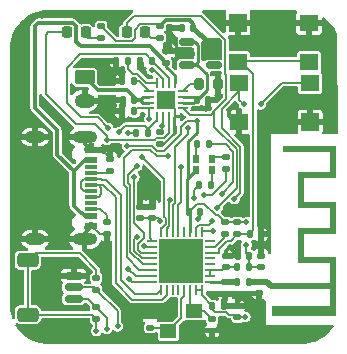
<source format=gtl>
G04 #@! TF.GenerationSoftware,KiCad,Pcbnew,8.0.3*
G04 #@! TF.CreationDate,2024-06-06T22:58:07+02:00*
G04 #@! TF.ProjectId,ESP32-C3,45535033-322d-4433-932e-6b696361645f,rev?*
G04 #@! TF.SameCoordinates,Original*
G04 #@! TF.FileFunction,Copper,L1,Top*
G04 #@! TF.FilePolarity,Positive*
%FSLAX46Y46*%
G04 Gerber Fmt 4.6, Leading zero omitted, Abs format (unit mm)*
G04 Created by KiCad (PCBNEW 8.0.3) date 2024-06-06 22:58:07*
%MOMM*%
%LPD*%
G01*
G04 APERTURE LIST*
G04 Aperture macros list*
%AMRoundRect*
0 Rectangle with rounded corners*
0 $1 Rounding radius*
0 $2 $3 $4 $5 $6 $7 $8 $9 X,Y pos of 4 corners*
0 Add a 4 corners polygon primitive as box body*
4,1,4,$2,$3,$4,$5,$6,$7,$8,$9,$2,$3,0*
0 Add four circle primitives for the rounded corners*
1,1,$1+$1,$2,$3*
1,1,$1+$1,$4,$5*
1,1,$1+$1,$6,$7*
1,1,$1+$1,$8,$9*
0 Add four rect primitives between the rounded corners*
20,1,$1+$1,$2,$3,$4,$5,0*
20,1,$1+$1,$4,$5,$6,$7,0*
20,1,$1+$1,$6,$7,$8,$9,0*
20,1,$1+$1,$8,$9,$2,$3,0*%
G04 Aperture macros list end*
G04 #@! TA.AperFunction,EtchedComponent*
%ADD10C,0.000000*%
G04 #@! TD*
G04 #@! TA.AperFunction,SMDPad,CuDef*
%ADD11RoundRect,0.150000X-0.512500X-0.150000X0.512500X-0.150000X0.512500X0.150000X-0.512500X0.150000X0*%
G04 #@! TD*
G04 #@! TA.AperFunction,SMDPad,CuDef*
%ADD12RoundRect,0.140000X-0.170000X0.140000X-0.170000X-0.140000X0.170000X-0.140000X0.170000X0.140000X0*%
G04 #@! TD*
G04 #@! TA.AperFunction,SMDPad,CuDef*
%ADD13RoundRect,0.135000X-0.185000X0.135000X-0.185000X-0.135000X0.185000X-0.135000X0.185000X0.135000X0*%
G04 #@! TD*
G04 #@! TA.AperFunction,SMDPad,CuDef*
%ADD14RoundRect,0.140000X-0.140000X-0.170000X0.140000X-0.170000X0.140000X0.170000X-0.140000X0.170000X0*%
G04 #@! TD*
G04 #@! TA.AperFunction,SMDPad,CuDef*
%ADD15RoundRect,0.140000X0.140000X0.170000X-0.140000X0.170000X-0.140000X-0.170000X0.140000X-0.170000X0*%
G04 #@! TD*
G04 #@! TA.AperFunction,SMDPad,CuDef*
%ADD16RoundRect,0.135000X0.135000X0.185000X-0.135000X0.185000X-0.135000X-0.185000X0.135000X-0.185000X0*%
G04 #@! TD*
G04 #@! TA.AperFunction,SMDPad,CuDef*
%ADD17RoundRect,0.218750X-0.218750X-0.256250X0.218750X-0.256250X0.218750X0.256250X-0.218750X0.256250X0*%
G04 #@! TD*
G04 #@! TA.AperFunction,SMDPad,CuDef*
%ADD18RoundRect,0.135000X0.185000X-0.135000X0.185000X0.135000X-0.185000X0.135000X-0.185000X-0.135000X0*%
G04 #@! TD*
G04 #@! TA.AperFunction,SMDPad,CuDef*
%ADD19RoundRect,0.062500X-0.375000X-0.062500X0.375000X-0.062500X0.375000X0.062500X-0.375000X0.062500X0*%
G04 #@! TD*
G04 #@! TA.AperFunction,SMDPad,CuDef*
%ADD20RoundRect,0.062500X-0.062500X-0.375000X0.062500X-0.375000X0.062500X0.375000X-0.062500X0.375000X0*%
G04 #@! TD*
G04 #@! TA.AperFunction,SMDPad,CuDef*
%ADD21R,1.600000X1.600000*%
G04 #@! TD*
G04 #@! TA.AperFunction,SMDPad,CuDef*
%ADD22RoundRect,0.140000X0.170000X-0.140000X0.170000X0.140000X-0.170000X0.140000X-0.170000X-0.140000X0*%
G04 #@! TD*
G04 #@! TA.AperFunction,SMDPad,CuDef*
%ADD23RoundRect,0.135000X-0.135000X-0.185000X0.135000X-0.185000X0.135000X0.185000X-0.135000X0.185000X0*%
G04 #@! TD*
G04 #@! TA.AperFunction,SMDPad,CuDef*
%ADD24R,0.600000X0.700000*%
G04 #@! TD*
G04 #@! TA.AperFunction,SMDPad,CuDef*
%ADD25R,1.140000X0.600000*%
G04 #@! TD*
G04 #@! TA.AperFunction,SMDPad,CuDef*
%ADD26R,1.140000X0.300000*%
G04 #@! TD*
G04 #@! TA.AperFunction,ComponentPad*
%ADD27O,2.100000X1.000000*%
G04 #@! TD*
G04 #@! TA.AperFunction,ComponentPad*
%ADD28O,1.800000X1.000000*%
G04 #@! TD*
G04 #@! TA.AperFunction,SMDPad,CuDef*
%ADD29R,1.500000X1.500000*%
G04 #@! TD*
G04 #@! TA.AperFunction,SMDPad,CuDef*
%ADD30R,1.600000X1.400000*%
G04 #@! TD*
G04 #@! TA.AperFunction,SMDPad,CuDef*
%ADD31RoundRect,0.200000X-0.200000X-0.275000X0.200000X-0.275000X0.200000X0.275000X-0.200000X0.275000X0*%
G04 #@! TD*
G04 #@! TA.AperFunction,ConnectorPad*
%ADD32R,0.500000X0.500000*%
G04 #@! TD*
G04 #@! TA.AperFunction,ComponentPad*
%ADD33R,0.500000X0.900000*%
G04 #@! TD*
G04 #@! TA.AperFunction,ComponentPad*
%ADD34RoundRect,0.250000X-0.625000X0.350000X-0.625000X-0.350000X0.625000X-0.350000X0.625000X0.350000X0*%
G04 #@! TD*
G04 #@! TA.AperFunction,ComponentPad*
%ADD35O,1.750000X1.200000*%
G04 #@! TD*
G04 #@! TA.AperFunction,SMDPad,CuDef*
%ADD36RoundRect,0.062500X0.337500X0.062500X-0.337500X0.062500X-0.337500X-0.062500X0.337500X-0.062500X0*%
G04 #@! TD*
G04 #@! TA.AperFunction,SMDPad,CuDef*
%ADD37RoundRect,0.062500X0.062500X0.337500X-0.062500X0.337500X-0.062500X-0.337500X0.062500X-0.337500X0*%
G04 #@! TD*
G04 #@! TA.AperFunction,SMDPad,CuDef*
%ADD38R,3.700000X3.700000*%
G04 #@! TD*
G04 #@! TA.AperFunction,SMDPad,CuDef*
%ADD39RoundRect,0.150000X-0.625000X0.150000X-0.625000X-0.150000X0.625000X-0.150000X0.625000X0.150000X0*%
G04 #@! TD*
G04 #@! TA.AperFunction,SMDPad,CuDef*
%ADD40RoundRect,0.250000X-0.650000X0.350000X-0.650000X-0.350000X0.650000X-0.350000X0.650000X0.350000X0*%
G04 #@! TD*
G04 #@! TA.AperFunction,SMDPad,CuDef*
%ADD41R,1.400000X1.200000*%
G04 #@! TD*
G04 #@! TA.AperFunction,ViaPad*
%ADD42C,0.500000*%
G04 #@! TD*
G04 #@! TA.AperFunction,Conductor*
%ADD43C,0.350000*%
G04 #@! TD*
G04 #@! TA.AperFunction,Conductor*
%ADD44C,0.200000*%
G04 #@! TD*
G04 #@! TA.AperFunction,Conductor*
%ADD45C,0.150000*%
G04 #@! TD*
G04 #@! TA.AperFunction,Conductor*
%ADD46C,0.500000*%
G04 #@! TD*
G04 #@! TA.AperFunction,Conductor*
%ADD47C,0.250000*%
G04 #@! TD*
G04 #@! TA.AperFunction,Conductor*
%ADD48C,0.340000*%
G04 #@! TD*
G04 #@! TA.AperFunction,Conductor*
%ADD49C,0.400000*%
G04 #@! TD*
G04 #@! TA.AperFunction,Conductor*
%ADD50C,0.300000*%
G04 #@! TD*
G04 APERTURE END LIST*
D10*
G04 #@! TA.AperFunction,EtchedComponent*
G04 #@! TO.C,AE1*
G36*
X60650000Y1550000D02*
G01*
X58010000Y1550000D01*
X58010000Y-450000D01*
X60650000Y-450000D01*
X60650000Y-3150000D01*
X58010000Y-3150000D01*
X58010000Y-5150000D01*
X60650000Y-5150000D01*
X60650000Y-10150000D01*
X55493215Y-10150000D01*
X55250000Y-10150000D01*
X55250000Y-9725156D01*
X55353957Y-9725156D01*
X55366065Y-9767819D01*
X55370419Y-9775731D01*
X55403203Y-9813674D01*
X55445605Y-9837742D01*
X55493215Y-9847583D01*
X55541622Y-9842847D01*
X55586416Y-9823185D01*
X55623186Y-9788245D01*
X55640092Y-9755353D01*
X55647982Y-9707267D01*
X55641408Y-9657682D01*
X55621313Y-9612372D01*
X55588643Y-9577112D01*
X55556417Y-9560218D01*
X55508158Y-9551778D01*
X55458632Y-9558309D01*
X55413447Y-9578868D01*
X55378213Y-9612511D01*
X55367600Y-9631122D01*
X55354700Y-9676637D01*
X55353957Y-9725156D01*
X55250000Y-9725156D01*
X55250000Y-9250000D01*
X60150000Y-9250000D01*
X60150000Y-7850000D01*
X55250000Y-7850000D01*
X55250000Y-7350000D01*
X60150000Y-7350000D01*
X60150000Y-5650000D01*
X57510000Y-5650000D01*
X57510000Y-2650000D01*
X60150000Y-2650000D01*
X60150000Y-950000D01*
X57510000Y-950000D01*
X57510000Y2050000D01*
X60150000Y2050000D01*
X60150000Y3750000D01*
X56210000Y3750000D01*
X56210000Y4250000D01*
X60650000Y4250000D01*
X60650000Y1550000D01*
G37*
G04 #@! TD.AperFunction*
G04 #@! TD*
D11*
G04 #@! TO.P,U5,1,Vin*
G04 #@! TO.N,Net-(U5-EN)*
X48062500Y13050000D03*
G04 #@! TO.P,U5,2,GND*
G04 #@! TO.N,GND*
X48062500Y12100000D03*
G04 #@! TO.P,U5,3,EN*
G04 #@! TO.N,Net-(U5-EN)*
X48062500Y11150000D03*
G04 #@! TO.P,U5,4,NC*
G04 #@! TO.N,unconnected-(U5-NC-Pad4)*
X50337500Y11150000D03*
G04 #@! TO.P,U5,5,Out*
G04 #@! TO.N,+3.3V*
X50337500Y13050000D03*
G04 #@! TD*
D12*
G04 #@! TO.P,C3,1*
G04 #@! TO.N,Net-(AE1-A)*
X54200000Y-7220000D03*
G04 #@! TO.P,C3,2*
G04 #@! TO.N,GND*
X54200000Y-8180000D03*
G04 #@! TD*
D13*
G04 #@! TO.P,R3,1*
G04 #@! TO.N,Net-(U1-CC2)*
X41300000Y-2190000D03*
G04 #@! TO.P,R3,2*
G04 #@! TO.N,GND*
X41300000Y-3210000D03*
G04 #@! TD*
D14*
G04 #@! TO.P,C12,1*
G04 #@! TO.N,+3.3V*
X50215000Y-9250000D03*
G04 #@! TO.P,C12,2*
G04 #@! TO.N,GND*
X51175000Y-9250000D03*
G04 #@! TD*
D15*
G04 #@! TO.P,C5,1*
G04 #@! TO.N,GND*
X49180000Y-1300000D03*
G04 #@! TO.P,C5,2*
G04 #@! TO.N,+3.3V*
X48220000Y-1300000D03*
G04 #@! TD*
D16*
G04 #@! TO.P,R18,1*
G04 #@! TO.N,Net-(U2-ISET)*
X43110000Y11500000D03*
G04 #@! TO.P,R18,2*
G04 #@! TO.N,GND*
X42090000Y11500000D03*
G04 #@! TD*
D17*
G04 #@! TO.P,D5,1,K*
G04 #@! TO.N,NCHG*
X42962500Y13900000D03*
G04 #@! TO.P,D5,2,A*
G04 #@! TO.N,Net-(D5-A)*
X44537500Y13900000D03*
G04 #@! TD*
D15*
G04 #@! TO.P,C9,1*
G04 #@! TO.N,+3.3V*
X48580000Y14300000D03*
G04 #@! TO.P,C9,2*
G04 #@! TO.N,GND*
X47620000Y14300000D03*
G04 #@! TD*
D18*
G04 #@! TO.P,R16,1*
G04 #@! TO.N,GND*
X45800000Y4440000D03*
G04 #@! TO.P,R16,2*
G04 #@! TO.N,EN1*
X45800000Y5460000D03*
G04 #@! TD*
D19*
G04 #@! TO.P,U2,1,TS*
G04 #@! TO.N,Net-(U2-TS)*
X44862500Y8950000D03*
G04 #@! TO.P,U2,2,BAT*
G04 #@! TO.N,+BATT*
X44862500Y8450000D03*
G04 #@! TO.P,U2,3,BAT*
X44862500Y7950000D03*
G04 #@! TO.P,U2,4,~{CE}*
G04 #@! TO.N,NCE*
X44862500Y7450000D03*
D20*
G04 #@! TO.P,U2,5,EN2*
G04 #@! TO.N,EN2*
X45550000Y6762500D03*
G04 #@! TO.P,U2,6,EN1*
G04 #@! TO.N,EN1*
X46050000Y6762500D03*
G04 #@! TO.P,U2,7,~{PGOOD}*
G04 #@! TO.N,NPGOOD*
X46550000Y6762500D03*
G04 #@! TO.P,U2,8,VSS*
G04 #@! TO.N,GND*
X47050000Y6762500D03*
D19*
G04 #@! TO.P,U2,9,~{CHG}*
G04 #@! TO.N,NCHG*
X47737500Y7450000D03*
G04 #@! TO.P,U2,10,OUT*
G04 #@! TO.N,Net-(U5-EN)*
X47737500Y7950000D03*
G04 #@! TO.P,U2,11,OUT*
X47737500Y8450000D03*
G04 #@! TO.P,U2,12,ILIM*
G04 #@! TO.N,Net-(U2-ILIM)*
X47737500Y8950000D03*
D20*
G04 #@! TO.P,U2,13,IN*
G04 #@! TO.N,VCC*
X47050000Y9637500D03*
G04 #@! TO.P,U2,14,TMR*
G04 #@! TO.N,TMR*
X46550000Y9637500D03*
G04 #@! TO.P,U2,15,TD*
G04 #@! TO.N,TD*
X46050000Y9637500D03*
G04 #@! TO.P,U2,16,ISET*
G04 #@! TO.N,Net-(U2-ISET)*
X45550000Y9637500D03*
D21*
G04 #@! TO.P,U2,17,VSS*
G04 #@! TO.N,GND*
X46300000Y8200000D03*
G04 #@! TD*
D18*
G04 #@! TO.P,R10,1*
G04 #@! TO.N,Net-(D4-A)*
X40812500Y13390000D03*
G04 #@! TO.P,R10,2*
G04 #@! TO.N,+3.3V*
X40812500Y14410000D03*
G04 #@! TD*
D12*
G04 #@! TO.P,C4,1*
G04 #@! TO.N,GND*
X54350000Y-5020000D03*
G04 #@! TO.P,C4,2*
G04 #@! TO.N,+3.3V*
X54350000Y-5980000D03*
G04 #@! TD*
D16*
G04 #@! TO.P,R13,1*
G04 #@! TO.N,Gr\u00FCn*
X49910000Y4400000D03*
G04 #@! TO.P,R13,2*
G04 #@! TO.N,Net-(D1-GK)*
X48890000Y4400000D03*
G04 #@! TD*
D12*
G04 #@! TO.P,C16,1*
G04 #@! TO.N,Net-(U3-XTAL_P)*
X50215000Y-10390000D03*
G04 #@! TO.P,C16,2*
G04 #@! TO.N,GND*
X50215000Y-11350000D03*
G04 #@! TD*
D22*
G04 #@! TO.P,C11,1*
G04 #@! TO.N,+3.3V*
X44100000Y-1830000D03*
G04 #@! TO.P,C11,2*
G04 #@! TO.N,GND*
X44100000Y-870000D03*
G04 #@! TD*
D23*
G04 #@! TO.P,R5,1*
G04 #@! TO.N,GND*
X44090000Y11500000D03*
G04 #@! TO.P,R5,2*
G04 #@! TO.N,TMR*
X45110000Y11500000D03*
G04 #@! TD*
D24*
G04 #@! TO.P,D1,1,RK*
G04 #@! TO.N,Net-(D1-RK)*
X50200000Y2200000D03*
G04 #@! TO.P,D1,2,A*
G04 #@! TO.N,+3.3V*
X48800000Y2200000D03*
G04 #@! TO.P,D1,3,BK*
G04 #@! TO.N,Net-(D1-BK)*
X50200000Y3200000D03*
G04 #@! TO.P,D1,4,GK*
G04 #@! TO.N,Net-(D1-GK)*
X48800000Y3200000D03*
G04 #@! TD*
D12*
G04 #@! TO.P,C6,1*
G04 #@! TO.N,Net-(U3-LNA_IN)*
X51300000Y-7270000D03*
G04 #@! TO.P,C6,2*
G04 #@! TO.N,GND*
X51300000Y-8230000D03*
G04 #@! TD*
D25*
G04 #@! TO.P,U1,A1,GND*
G04 #@! TO.N,GND*
X39970000Y3910000D03*
G04 #@! TO.P,U1,A4,VBUS*
G04 #@! TO.N,VCC*
X39970000Y3110000D03*
D26*
G04 #@! TO.P,U1,A5,CC1*
G04 #@! TO.N,Net-(U1-CC1)*
X39970000Y1960000D03*
G04 #@! TO.P,U1,A6,D+*
G04 #@! TO.N,USB_D+*
X39970000Y960000D03*
G04 #@! TO.P,U1,A7,D-*
G04 #@! TO.N,USB_D-*
X39970000Y460000D03*
G04 #@! TO.P,U1,A8,SBU1*
G04 #@! TO.N,unconnected-(U1-SBU1-PadA8)*
X39970000Y-540000D03*
D25*
G04 #@! TO.P,U1,A9,VBUS*
G04 #@! TO.N,VCC*
X39970000Y-1690000D03*
G04 #@! TO.P,U1,A12,GND*
G04 #@! TO.N,GND*
X39970000Y-2490000D03*
G04 #@! TO.P,U1,B1,GND*
X39970000Y-2490000D03*
G04 #@! TO.P,U1,B4,VBUS*
G04 #@! TO.N,VCC*
X39970000Y-1690000D03*
D26*
G04 #@! TO.P,U1,B5,CC2*
G04 #@! TO.N,Net-(U1-CC2)*
X39970000Y-1040000D03*
G04 #@! TO.P,U1,B6,D+*
G04 #@! TO.N,USB_D+*
X39970000Y-40000D03*
G04 #@! TO.P,U1,B7,D-*
G04 #@! TO.N,USB_D-*
X39970000Y1460000D03*
G04 #@! TO.P,U1,B8,SBU2*
G04 #@! TO.N,unconnected-(U1-SBU2-PadB8)*
X39970000Y2460000D03*
D25*
G04 #@! TO.P,U1,B9,VBUS*
G04 #@! TO.N,VCC*
X39970000Y3110000D03*
G04 #@! TO.P,U1,B12,GND*
G04 #@! TO.N,GND*
X39970000Y3910000D03*
D27*
G04 #@! TO.P,U1,S1,SHIELD*
X39400000Y5030000D03*
D28*
X35220000Y5030000D03*
D27*
X39400000Y-3610000D03*
D28*
X35220000Y-3610000D03*
G04 #@! TD*
D18*
G04 #@! TO.P,R14,1*
G04 #@! TO.N,Blau*
X51400000Y2290000D03*
G04 #@! TO.P,R14,2*
G04 #@! TO.N,Net-(D1-BK)*
X51400000Y3310000D03*
G04 #@! TD*
G04 #@! TO.P,R9,1*
G04 #@! TO.N,Net-(D5-A)*
X45800000Y13390000D03*
G04 #@! TO.P,R9,2*
G04 #@! TO.N,+3.3V*
X45800000Y14410000D03*
G04 #@! TD*
D16*
G04 #@! TO.P,R11,1*
G04 #@! TO.N,Net-(U2-TS)*
X43610000Y9800000D03*
G04 #@! TO.P,R11,2*
G04 #@! TO.N,GND*
X42590000Y9800000D03*
G04 #@! TD*
D29*
G04 #@! TO.P,SW1,1,1*
G04 #@! TO.N,GND*
X52400000Y14700000D03*
D30*
X58400000Y14700000D03*
G04 #@! TO.P,SW1,2,2*
G04 #@! TO.N,EXTI*
X52400000Y11400000D03*
X58400000Y11400000D03*
G04 #@! TD*
D15*
G04 #@! TO.P,C1,1*
G04 #@! TO.N,GND*
X54330000Y-3200000D03*
G04 #@! TO.P,C1,2*
G04 #@! TO.N,EXTI*
X53370000Y-3200000D03*
G04 #@! TD*
D14*
G04 #@! TO.P,C20,1*
G04 #@! TO.N,Net-(U5-EN)*
X48900000Y8200000D03*
G04 #@! TO.P,C20,2*
G04 #@! TO.N,GND*
X49860000Y8200000D03*
G04 #@! TD*
D18*
G04 #@! TO.P,R1,1*
G04 #@! TO.N,EXTI*
X52350000Y-3210000D03*
G04 #@! TO.P,R1,2*
G04 #@! TO.N,+3.3V*
X52350000Y-2190000D03*
G04 #@! TD*
G04 #@! TO.P,R7,1*
G04 #@! TO.N,MCU_SCL*
X40400000Y-7910000D03*
G04 #@! TO.P,R7,2*
G04 #@! TO.N,+3.3V*
X40400000Y-6890000D03*
G04 #@! TD*
D22*
G04 #@! TO.P,C15,1*
G04 #@! TO.N,+3.3V*
X52350000Y-10230000D03*
G04 #@! TO.P,C15,2*
G04 #@! TO.N,GND*
X52350000Y-9270000D03*
G04 #@! TD*
D16*
G04 #@! TO.P,L1,1,1*
G04 #@! TO.N,Net-(AE1-A)*
X53310000Y-7250000D03*
G04 #@! TO.P,L1,2,2*
G04 #@! TO.N,Net-(U3-LNA_IN)*
X52290000Y-7250000D03*
G04 #@! TD*
D17*
G04 #@! TO.P,D4,1,K*
G04 #@! TO.N,NPGOOD*
X37925000Y13900000D03*
G04 #@! TO.P,D4,2,A*
G04 #@! TO.N,Net-(D4-A)*
X39500000Y13900000D03*
G04 #@! TD*
D18*
G04 #@! TO.P,R2,1*
G04 #@! TO.N,Net-(U1-CC1)*
X41550000Y2190000D03*
G04 #@! TO.P,R2,2*
G04 #@! TO.N,GND*
X41550000Y3210000D03*
G04 #@! TD*
D31*
G04 #@! TO.P,R15,1*
G04 #@! TO.N,Net-(U2-ILIM)*
X49075000Y9500000D03*
G04 #@! TO.P,R15,2*
G04 #@! TO.N,GND*
X50725000Y9500000D03*
G04 #@! TD*
D13*
G04 #@! TO.P,R8,1*
G04 #@! TO.N,MCU_SDA*
X40400000Y-9390000D03*
G04 #@! TO.P,R8,2*
G04 #@! TO.N,+3.3V*
X40400000Y-10410000D03*
G04 #@! TD*
D16*
G04 #@! TO.P,R17,1*
G04 #@! TO.N,EN2*
X44810000Y5400000D03*
G04 #@! TO.P,R17,2*
G04 #@! TO.N,+3.3V*
X43790000Y5400000D03*
G04 #@! TD*
D29*
G04 #@! TO.P,SW2,1,1*
G04 #@! TO.N,GND*
X58500000Y6300000D03*
D30*
X52500000Y6300000D03*
G04 #@! TO.P,SW2,2,2*
G04 #@! TO.N,Net-(U3-GPIO9)*
X58500000Y9600000D03*
X52500000Y9600000D03*
G04 #@! TD*
D32*
G04 #@! TO.P,AE1,1,A*
G04 #@! TO.N,Net-(AE1-A)*
X55500000Y-7600000D03*
D33*
G04 #@! TO.P,AE1,2,GND*
G04 #@! TO.N,GND*
X55500000Y-9700000D03*
G04 #@! TD*
D15*
G04 #@! TO.P,C21,1*
G04 #@! TO.N,+BATT*
X43590000Y8200000D03*
G04 #@! TO.P,C21,2*
G04 #@! TO.N,GND*
X42630000Y8200000D03*
G04 #@! TD*
D22*
G04 #@! TO.P,C14,1*
G04 #@! TO.N,+3.3V*
X45100000Y-1830000D03*
G04 #@! TO.P,C14,2*
G04 #@! TO.N,GND*
X45100000Y-870000D03*
G04 #@! TD*
D34*
G04 #@! TO.P,J2,1,Pin_1*
G04 #@! TO.N,+BATT*
X39420000Y10100000D03*
D35*
G04 #@! TO.P,J2,2,Pin_2*
G04 #@! TO.N,GND*
X39420000Y8100000D03*
G04 #@! TD*
D23*
G04 #@! TO.P,R4,1*
G04 #@! TO.N,GND*
X42580000Y7200000D03*
G04 #@! TO.P,R4,2*
G04 #@! TO.N,NCE*
X43600000Y7200000D03*
G04 #@! TD*
D16*
G04 #@! TO.P,L2,1,1*
G04 #@! TO.N,+3.3V*
X53360000Y-6000000D03*
G04 #@! TO.P,L2,2,2*
G04 #@! TO.N,Net-(C7-Pad2)*
X52340000Y-6000000D03*
G04 #@! TD*
D12*
G04 #@! TO.P,C7,1*
G04 #@! TO.N,GND*
X51350000Y-5020000D03*
G04 #@! TO.P,C7,2*
G04 #@! TO.N,Net-(C7-Pad2)*
X51350000Y-5980000D03*
G04 #@! TD*
D36*
G04 #@! TO.P,U3,1,LNA_IN*
G04 #@! TO.N,Net-(U3-LNA_IN)*
X50050000Y-7250000D03*
G04 #@! TO.P,U3,2,VDD3P3*
G04 #@! TO.N,Net-(C7-Pad2)*
X50050000Y-6750000D03*
G04 #@! TO.P,U3,3,VDD3P3*
X50050000Y-6250000D03*
G04 #@! TO.P,U3,4,XTAL_32K_P*
G04 #@! TO.N,unconnected-(U3-XTAL_32K_P-Pad4)*
X50050000Y-5750000D03*
G04 #@! TO.P,U3,5,XTAL_32K_N*
G04 #@! TO.N,unconnected-(U3-XTAL_32K_N-Pad5)*
X50050000Y-5250000D03*
G04 #@! TO.P,U3,6,GPIO2*
G04 #@! TO.N,EXTI*
X50050000Y-4750000D03*
G04 #@! TO.P,U3,7,CHIP_EN*
G04 #@! TO.N,CHIP_EN*
X50050000Y-4250000D03*
G04 #@! TO.P,U3,8,GPIO3*
G04 #@! TO.N,unconnected-(U3-GPIO3-Pad8)*
X50050000Y-3750000D03*
D37*
G04 #@! TO.P,U3,9,MTMS*
G04 #@! TO.N,MCU_SCL*
X49350000Y-3050000D03*
G04 #@! TO.P,U3,10,MTDI*
G04 #@! TO.N,MCU_SDA*
X48850000Y-3050000D03*
G04 #@! TO.P,U3,11,VDD3P3_RTC*
G04 #@! TO.N,+3.3V*
X48350000Y-3050000D03*
G04 #@! TO.P,U3,12,MTCK*
G04 #@! TO.N,unconnected-(U3-MTCK-Pad12)*
X47850000Y-3050000D03*
G04 #@! TO.P,U3,13,MTDO*
G04 #@! TO.N,NCE*
X47350000Y-3050000D03*
G04 #@! TO.P,U3,14,GPIO8*
G04 #@! TO.N,TD*
X46850000Y-3050000D03*
G04 #@! TO.P,U3,15,GPIO9*
G04 #@! TO.N,Net-(U3-GPIO9)*
X46350000Y-3050000D03*
G04 #@! TO.P,U3,16,GPIO10*
G04 #@! TO.N,TMR*
X45850000Y-3050000D03*
D36*
G04 #@! TO.P,U3,17,VDD3P3_CPU*
G04 #@! TO.N,+3.3V*
X45150000Y-3750000D03*
G04 #@! TO.P,U3,18,VDD_SPI*
G04 #@! TO.N,Rot*
X45150000Y-4250000D03*
G04 #@! TO.P,U3,19,SPIHD*
G04 #@! TO.N,NPGOOD*
X45150000Y-4750000D03*
G04 #@! TO.P,U3,20,SPIWP*
G04 #@! TO.N,NCHG*
X45150000Y-5250000D03*
G04 #@! TO.P,U3,21,SPICS0*
G04 #@! TO.N,EN2*
X45150000Y-5750000D03*
G04 #@! TO.P,U3,22,SPICLK*
G04 #@! TO.N,EN1*
X45150000Y-6250000D03*
G04 #@! TO.P,U3,23,SPID*
G04 #@! TO.N,Blau*
X45150000Y-6750000D03*
G04 #@! TO.P,U3,24,SPIQ*
G04 #@! TO.N,Gr\u00FCn*
X45150000Y-7250000D03*
D37*
G04 #@! TO.P,U3,25,GPIO18*
G04 #@! TO.N,USB_D-*
X45850000Y-7950000D03*
G04 #@! TO.P,U3,26,GPIO19*
G04 #@! TO.N,USB_D+*
X46350000Y-7950000D03*
G04 #@! TO.P,U3,27,U0RXD*
G04 #@! TO.N,unconnected-(U3-U0RXD-Pad27)*
X46850000Y-7950000D03*
G04 #@! TO.P,U3,28,U0TXD*
G04 #@! TO.N,unconnected-(U3-U0TXD-Pad28)*
X47350000Y-7950000D03*
G04 #@! TO.P,U3,29,XTAL_N*
G04 #@! TO.N,Net-(U3-XTAL_N)*
X47850000Y-7950000D03*
G04 #@! TO.P,U3,30,XTAL_P*
G04 #@! TO.N,Net-(U3-XTAL_P)*
X48350000Y-7950000D03*
G04 #@! TO.P,U3,31,VDDA*
G04 #@! TO.N,+3.3V*
X48850000Y-7950000D03*
G04 #@! TO.P,U3,32,VDDA*
X49350000Y-7950000D03*
D38*
G04 #@! TO.P,U3,33,GND*
G04 #@! TO.N,GND*
X47600000Y-5500000D03*
G04 #@! TD*
D14*
G04 #@! TO.P,C2,1*
G04 #@! TO.N,GND*
X52370000Y-5000000D03*
G04 #@! TO.P,C2,2*
G04 #@! TO.N,+3.3V*
X53330000Y-5000000D03*
G04 #@! TD*
D23*
G04 #@! TO.P,R12,1*
G04 #@! TO.N,Rot*
X49090000Y1000000D03*
G04 #@! TO.P,R12,2*
G04 #@! TO.N,Net-(D1-RK)*
X50110000Y1000000D03*
G04 #@! TD*
D18*
G04 #@! TO.P,R6,1*
G04 #@! TO.N,CHIP_EN*
X51300000Y-3210000D03*
G04 #@! TO.P,R6,2*
G04 #@! TO.N,+3.3V*
X51300000Y-2190000D03*
G04 #@! TD*
D39*
G04 #@! TO.P,J1,1,Pin_1*
G04 #@! TO.N,GND*
X38470000Y-6700000D03*
G04 #@! TO.P,J1,2,Pin_2*
G04 #@! TO.N,MCU_SCL*
X38470000Y-7700000D03*
G04 #@! TO.P,J1,3,Pin_3*
G04 #@! TO.N,MCU_SDA*
X38470000Y-8700000D03*
D40*
G04 #@! TO.P,J1,MP,MP*
G04 #@! TO.N,+3.3V*
X34595000Y-5400000D03*
X34595000Y-10000000D03*
G04 #@! TD*
D22*
G04 #@! TO.P,C19,1*
G04 #@! TO.N,VCC*
X46300000Y11320000D03*
G04 #@! TO.P,C19,2*
G04 #@! TO.N,GND*
X46300000Y12280000D03*
G04 #@! TD*
D41*
G04 #@! TO.P,Y1,1,OSC1*
G04 #@! TO.N,Net-(U3-XTAL_P)*
X48700000Y-9700000D03*
G04 #@! TO.P,Y1,2,GND*
G04 #@! TO.N,GND*
X46500000Y-9700000D03*
G04 #@! TO.P,Y1,3,OSC2*
G04 #@! TO.N,Net-(U3-XTAL_N)*
X46500000Y-11400000D03*
G04 #@! TO.P,Y1,4,GND*
G04 #@! TO.N,GND*
X48700000Y-11400000D03*
G04 #@! TD*
D22*
G04 #@! TO.P,C17,1*
G04 #@! TO.N,Net-(U3-XTAL_N)*
X44950000Y-11114999D03*
G04 #@! TO.P,C17,2*
G04 #@! TO.N,GND*
X44950000Y-10154999D03*
G04 #@! TD*
D42*
G04 #@! TO.N,GND*
X44300000Y10700000D03*
X33700000Y9100000D03*
X42100000Y10600000D03*
X43950000Y-10850000D03*
X54000000Y-11650000D03*
X45800000Y8700000D03*
X51600000Y7300000D03*
X46600000Y13200000D03*
X46700000Y-6300000D03*
X57900000Y12700000D03*
X54400000Y-4400000D03*
X38700000Y-5700000D03*
X33700000Y2300000D03*
X46700000Y-4600000D03*
X54500000Y2300000D03*
X60550000Y11000000D03*
X39200000Y15300000D03*
X48400000Y-4600000D03*
X45400000Y-150000D03*
X49700000Y7400000D03*
X51100000Y14700000D03*
X33700000Y12500000D03*
X46600000Y14100000D03*
X54000000Y-9900000D03*
X50850000Y-10950000D03*
X51700000Y-4300000D03*
X33700000Y5700000D03*
X54500000Y-1100000D03*
X43950000Y-10050000D03*
X57240000Y-11650000D03*
X60550000Y8350000D03*
X54500000Y5700000D03*
X48400000Y-6300000D03*
X60550000Y5700000D03*
X33700000Y-1100000D03*
X35800000Y15300000D03*
X60550000Y13400000D03*
X43950000Y-9250000D03*
X56200000Y15300000D03*
X49000000Y-1900000D03*
X50100000Y15300000D03*
X50700000Y8500000D03*
X46800000Y7700000D03*
X54500000Y14700000D03*
X51600000Y-10600000D03*
X53500000Y-8250000D03*
G04 #@! TO.N,NPGOOD*
X43600000Y1650000D03*
X41313629Y4800000D03*
G04 #@! TO.N,NCHG*
X43800000Y-3400000D03*
X50650000Y-950000D03*
G04 #@! TO.N,+3.3V*
X53100000Y-2200000D03*
X50700000Y11900000D03*
X40400000Y-11400000D03*
X53100000Y-4100000D03*
X48900000Y6400000D03*
X49800000Y11900000D03*
X45800000Y-2050000D03*
X43100000Y5400000D03*
X43000000Y4300000D03*
X53000000Y-10200000D03*
G04 #@! TO.N,MCU_SCL*
X50300000Y-2900000D03*
X42200000Y-11000000D03*
G04 #@! TO.N,NCE*
X44900000Y6600000D03*
X47600000Y2500000D03*
G04 #@! TO.N,Net-(U3-GPIO9)*
X52085876Y-214124D03*
X46600000Y-300000D03*
X52900000Y7800000D03*
X54300000Y7800000D03*
G04 #@! TO.N,TMR*
X44300000Y3300000D03*
X41400000Y5800000D03*
G04 #@! TO.N,EN1*
X46500000Y3400000D03*
X46000000Y6000000D03*
G04 #@! TO.N,EN2*
X42300000Y5450000D03*
X43850000Y2600000D03*
G04 #@! TO.N,TD*
X45100000Y10700000D03*
X48200000Y5800000D03*
G04 #@! TO.N,MCU_SDA*
X41300000Y-11200000D03*
X50200000Y-2100000D03*
G04 #@! TO.N,Gr\u00FCn*
X43200000Y-7000000D03*
X51000000Y200000D03*
G04 #@! TO.N,Blau*
X49500000Y100000D03*
X43100000Y-6100000D03*
G04 #@! TO.N,Rot*
X44400000Y-4200000D03*
X48700000Y-100000D03*
G04 #@! TD*
D43*
G04 #@! TO.N,GND*
X54400000Y-4400000D02*
X54400000Y-3270000D01*
X50450000Y-11350000D02*
X50215000Y-11350000D01*
X45404999Y-9700000D02*
X44950000Y-10154999D01*
D44*
X49000000Y-1900000D02*
X49180000Y-1720000D01*
D43*
X42100000Y10600000D02*
X42590000Y10110000D01*
X46820000Y12480000D02*
X47200000Y12100000D01*
X42630000Y8200000D02*
X42630000Y7250000D01*
X38470000Y-5930000D02*
X38700000Y-5700000D01*
X54400000Y-4400000D02*
X54350000Y-4450000D01*
X42100000Y10600000D02*
X42090000Y10610000D01*
X53100000Y-8230000D02*
X52350000Y-8980000D01*
X46600000Y12480000D02*
X46300000Y12180000D01*
X46700000Y7600000D02*
X46800000Y7700000D01*
X52350000Y-8980000D02*
X52350000Y-9270000D01*
D44*
X49180000Y-1300000D02*
X49180000Y-1620000D01*
D43*
X42530000Y8100000D02*
X42630000Y8200000D01*
D45*
X44400000Y-870000D02*
X44680000Y-870000D01*
D43*
X50850000Y-10950000D02*
X50450000Y-11350000D01*
X50700000Y9475000D02*
X50725000Y9500000D01*
D44*
X49180000Y-1720000D02*
X49180000Y-1300000D01*
D43*
X46800000Y7700000D02*
X46700000Y7800000D01*
D44*
X41300000Y-3210000D02*
X40690000Y-3210000D01*
D43*
X51700000Y-4300000D02*
X51700000Y-4330000D01*
X52350000Y-9270000D02*
X51195000Y-9270000D01*
X44400000Y-9700000D02*
X46500000Y-9700000D01*
X42590000Y10110000D02*
X42590000Y9800000D01*
D44*
X47050000Y5370001D02*
X46119999Y4440000D01*
D45*
X41600000Y3160000D02*
X40850000Y3910000D01*
D43*
X39420000Y5050000D02*
X39400000Y5030000D01*
X51195000Y-9270000D02*
X51175000Y-9250000D01*
X54280000Y-8250000D02*
X54300000Y-8230000D01*
X50700000Y8500000D02*
X50700000Y9475000D01*
X43950000Y-9250000D02*
X44400000Y-9700000D01*
X42630000Y7250000D02*
X42580000Y7200000D01*
D45*
X45400000Y-870000D02*
X45400000Y-150000D01*
D44*
X47050000Y6762500D02*
X47050000Y7450000D01*
D43*
X49860000Y8200000D02*
X49860000Y7560000D01*
X51600000Y6800000D02*
X52400000Y6000000D01*
X47200000Y12100000D02*
X48062500Y12100000D01*
D45*
X40850000Y3910000D02*
X39970000Y3910000D01*
D43*
X51350000Y-4650000D02*
X51350000Y-5020000D01*
X46500000Y-9700000D02*
X45404999Y-9700000D01*
D44*
X47050000Y6762500D02*
X47050000Y5370001D01*
D43*
X39400000Y-3060000D02*
X39970000Y-2490000D01*
X54400000Y-3270000D02*
X54330000Y-3200000D01*
X39400000Y5030000D02*
X39400000Y4480000D01*
X53500000Y-8250000D02*
X54280000Y-8250000D01*
X46700000Y7800000D02*
X46700000Y7900000D01*
X38470000Y-6700000D02*
X38470000Y-5930000D01*
X54300000Y-8230000D02*
X53100000Y-8230000D01*
X46600000Y12480000D02*
X46820000Y12480000D01*
X44300000Y11290000D02*
X44090000Y11500000D01*
X39420000Y8100000D02*
X42530000Y8100000D01*
X46600000Y14100000D02*
X46800000Y14300000D01*
X46600000Y13200000D02*
X46600000Y14100000D01*
X49860000Y7560000D02*
X49700000Y7400000D01*
X51600000Y7300000D02*
X51600000Y6800000D01*
X46800000Y14300000D02*
X47620000Y14300000D01*
X51700000Y-4300000D02*
X51350000Y-4650000D01*
X54350000Y-4450000D02*
X54350000Y-5020000D01*
D44*
X46119999Y4440000D02*
X45800000Y4440000D01*
D43*
X42090000Y10610000D02*
X42090000Y11500000D01*
X44300000Y10700000D02*
X44300000Y11290000D01*
X48700000Y-11400000D02*
X50165000Y-11400000D01*
D44*
X47050000Y7450000D02*
X46800000Y7700000D01*
D43*
X39400000Y-3610000D02*
X39400000Y-3060000D01*
D45*
X44680000Y-870000D02*
X45400000Y-150000D01*
D43*
X50165000Y-11400000D02*
X50215000Y-11350000D01*
D44*
X40690000Y-3210000D02*
X39970000Y-2490000D01*
D43*
X51700000Y-4330000D02*
X52370000Y-5000000D01*
D45*
X41800000Y3160000D02*
X41600000Y3160000D01*
D43*
X39400000Y4480000D02*
X39970000Y3910000D01*
X46600000Y13200000D02*
X46600000Y12480000D01*
D44*
G04 #@! TO.N,EXTI*
X50810000Y-4750000D02*
X50810000Y-4482893D01*
X52350000Y-3210000D02*
X53360000Y-3210000D01*
X53700000Y-2870000D02*
X53700000Y10400000D01*
X51492893Y-3800000D02*
X51760000Y-3800000D01*
X53360000Y-3210000D02*
X53370000Y-3200000D01*
X53700000Y10400000D02*
X52600000Y11500000D01*
X52600000Y11500000D02*
X57900000Y11500000D01*
X50050000Y-4750000D02*
X50810000Y-4750000D01*
X50810000Y-4482893D02*
X51492893Y-3800000D01*
X51760000Y-3800000D02*
X52350000Y-3210000D01*
X53370000Y-3200000D02*
X53700000Y-2870000D01*
X57900000Y11500000D02*
X58400000Y11000000D01*
D46*
G04 #@! TO.N,Net-(AE1-A)*
X54820000Y-7220000D02*
X55200000Y-7600000D01*
X54170000Y-7250000D02*
X54200000Y-7220000D01*
X54282038Y-7250000D02*
X54580000Y-7250000D01*
X53310000Y-7250000D02*
X54170000Y-7250000D01*
X55200000Y-7600000D02*
X55500000Y-7600000D01*
X54200000Y-7220000D02*
X54820000Y-7220000D01*
G04 #@! TO.N,Net-(U3-LNA_IN)*
X51600000Y-7270000D02*
X52000000Y-7270000D01*
D45*
X51580000Y-7250000D02*
X51600000Y-7270000D01*
D47*
X50050000Y-7250000D02*
X51580000Y-7250000D01*
D44*
G04 #@! TO.N,Net-(C7-Pad2)*
X51080000Y-6250000D02*
X51350000Y-5980000D01*
X50050000Y-6750000D02*
X50050000Y-6250000D01*
X51350000Y-5980000D02*
X52320000Y-5980000D01*
X52320000Y-5980000D02*
X52340000Y-6000000D01*
X50050000Y-6250000D02*
X51080000Y-6250000D01*
D43*
G04 #@! TO.N,VCC*
X37100000Y5600000D02*
X35200000Y7500000D01*
X38500000Y-712269D02*
X38500000Y2132269D01*
X39100000Y12700000D02*
X44920000Y12700000D01*
X38500000Y2132269D02*
X37100000Y3532269D01*
X38400000Y14700000D02*
X38700000Y14400000D01*
D48*
X39183866Y2850000D02*
X38500000Y2166134D01*
X38500000Y2166134D02*
X38500000Y2132269D01*
X39217731Y2850000D02*
X39183866Y2850000D01*
D43*
X39970000Y-1690000D02*
X39477731Y-1690000D01*
X37100000Y3532269D02*
X37100000Y5600000D01*
D48*
X39477731Y-1690000D02*
X39217731Y-1430000D01*
X39123865Y-1430000D02*
X38500000Y-806135D01*
D43*
X35500000Y14700000D02*
X38400000Y14700000D01*
X39477731Y3110000D02*
X39970000Y3110000D01*
X44920000Y12700000D02*
X46300000Y11320000D01*
D48*
X38500000Y-806135D02*
X38500000Y-712269D01*
D43*
X38700000Y14400000D02*
X38700000Y13100000D01*
D47*
X46300000Y11000000D02*
X47050000Y10250000D01*
D43*
X35200000Y14400000D02*
X35500000Y14700000D01*
X38700000Y13100000D02*
X39100000Y12700000D01*
D47*
X46300000Y11220000D02*
X46300000Y11000000D01*
D48*
X39477731Y3110000D02*
X39217731Y2850000D01*
X39217731Y-1430000D02*
X39123865Y-1430000D01*
D43*
X35200000Y7500000D02*
X35200000Y14400000D01*
D47*
X47050000Y10250000D02*
X47050000Y9637500D01*
D43*
G04 #@! TO.N,+BATT*
X43000000Y9000000D02*
X43590000Y8410000D01*
X43590000Y8410000D02*
X43590000Y8200000D01*
X39420000Y10100000D02*
X40520000Y9000000D01*
D47*
X44100000Y8200000D02*
X44350000Y8450000D01*
D43*
X43590000Y8200000D02*
X44100000Y8200000D01*
X40520000Y9000000D02*
X43000000Y9000000D01*
D47*
X44350000Y7950000D02*
X44862500Y7950000D01*
X44100000Y8200000D02*
X44350000Y7950000D01*
X44350000Y8450000D02*
X44862500Y8450000D01*
D45*
G04 #@! TO.N,NPGOOD*
X43900000Y-4028248D02*
X44400000Y-3528248D01*
D44*
X36312500Y13900000D02*
X37612500Y13900000D01*
D45*
X44400000Y-3100000D02*
X43588000Y-2288000D01*
X44400000Y-3528248D02*
X44400000Y-3100000D01*
D44*
X46137000Y4937000D02*
X46550000Y5350000D01*
X41313629Y5086371D02*
X41313629Y4800000D01*
D45*
X45150000Y-4750000D02*
X44150000Y-4750000D01*
D44*
X45461312Y4937000D02*
X46137000Y4937000D01*
X46550000Y5350000D02*
X46550000Y6762500D01*
X41313629Y4800000D02*
X45324312Y4800000D01*
D45*
X43588000Y-584458D02*
X43600000Y-572458D01*
X44150000Y-4750000D02*
X43900000Y-4500000D01*
D44*
X36112500Y13700000D02*
X36112500Y8687500D01*
X40300000Y6100000D02*
X41313629Y5086371D01*
X38700000Y6100000D02*
X40300000Y6100000D01*
X36112500Y8687500D02*
X38700000Y6100000D01*
X45324312Y4800000D02*
X45461312Y4937000D01*
D45*
X43600000Y-572458D02*
X43600000Y1650000D01*
D44*
X36112500Y13700000D02*
X36312500Y13900000D01*
D45*
X43900000Y-4500000D02*
X43900000Y-4028248D01*
X43588000Y-2288000D02*
X43588000Y-584458D01*
D44*
G04 #@! TO.N,Net-(D4-A)*
X40812500Y13390000D02*
X39697500Y13390000D01*
X39697500Y13390000D02*
X39187500Y13900000D01*
G04 #@! TO.N,NCHG*
X42962500Y14662500D02*
X42962500Y13900000D01*
D45*
X43600000Y-4600000D02*
X44250000Y-5250000D01*
X52323000Y3977000D02*
X52323000Y723000D01*
X43600000Y-3600000D02*
X43600000Y-4600000D01*
D44*
X48287500Y6900000D02*
X47737500Y7450000D01*
D45*
X50400000Y7200000D02*
X50400000Y5900000D01*
D44*
X43600000Y15300000D02*
X42962500Y14662500D01*
D45*
X50400000Y5900000D02*
X52323000Y3977000D01*
D44*
X51400000Y10300000D02*
X51300000Y10400000D01*
X50400000Y7200000D02*
X50100000Y6900000D01*
D45*
X52323000Y723000D02*
X50650000Y-950000D01*
D44*
X51300000Y10400000D02*
X51300000Y13287316D01*
X51400000Y8227092D02*
X51400000Y10300000D01*
D45*
X43800000Y-3400000D02*
X43600000Y-3600000D01*
D44*
X50400000Y7227092D02*
X51400000Y8227092D01*
X49287316Y15300000D02*
X43600000Y15300000D01*
D45*
X44250000Y-5250000D02*
X45150000Y-5250000D01*
D44*
X50100000Y6900000D02*
X48287500Y6900000D01*
X51300000Y13287316D02*
X49287316Y15300000D01*
X50400000Y7200000D02*
X50400000Y7227092D01*
G04 #@! TO.N,+3.3V*
X43650000Y13400000D02*
X43448000Y13198000D01*
X53360000Y-6000000D02*
X54330000Y-6000000D01*
D47*
X48100000Y-1320000D02*
X48100000Y1500000D01*
D44*
X54330000Y-6000000D02*
X54350000Y-5980000D01*
D47*
X48200000Y4700000D02*
X48900000Y5400000D01*
D45*
X44950000Y-3550000D02*
X45150000Y-3750000D01*
D49*
X49850000Y13050000D02*
X50337500Y13050000D01*
X48580000Y14300000D02*
X48600000Y14300000D01*
D44*
X43448000Y13198000D02*
X42024500Y13198000D01*
X45550000Y3850000D02*
X45100000Y4300000D01*
X34595000Y-5400000D02*
X35195000Y-4800000D01*
X49350000Y-8385000D02*
X50215000Y-9250000D01*
D50*
X48580000Y14300000D02*
X48580000Y14620000D01*
D44*
X53100000Y-4100000D02*
X53100000Y-4770000D01*
X34595000Y-10000000D02*
X39990000Y-10000000D01*
D47*
X48350000Y-1330000D02*
X48350000Y-3050000D01*
D44*
X43100000Y5400000D02*
X43790000Y5400000D01*
X50215000Y-9250000D02*
X50215000Y-9559999D01*
D47*
X48220000Y-1200000D02*
X48350000Y-1330000D01*
D44*
X53100000Y-2200000D02*
X53090000Y-2190000D01*
X51300000Y-2190000D02*
X50710000Y-1600000D01*
X48092893Y6400000D02*
X47550000Y5857107D01*
X53360000Y-6000000D02*
X53360000Y-5030000D01*
X45800000Y-2050000D02*
X45580000Y-1830000D01*
D50*
X46290000Y14900000D02*
X45800000Y14410000D01*
D44*
X50215000Y-9559999D02*
X50455001Y-9800000D01*
X50455001Y-9800000D02*
X51407107Y-9800000D01*
X53090000Y-2190000D02*
X52350000Y-2190000D01*
X49350000Y-7950000D02*
X48850000Y-7950000D01*
X40400000Y-6200000D02*
X40400000Y-6890000D01*
D47*
X48200000Y-1420000D02*
X48100000Y-1320000D01*
D44*
X47550000Y5250000D02*
X46150000Y3850000D01*
X46150000Y3850000D02*
X45550000Y3850000D01*
X34595000Y-5400000D02*
X34595000Y-10000000D01*
X43650000Y14123946D02*
X43650000Y13400000D01*
X45800000Y14410000D02*
X45608000Y14602000D01*
X53360000Y-5030000D02*
X53330000Y-5000000D01*
X40400000Y-11400000D02*
X40400000Y-10410000D01*
X44128054Y14602000D02*
X43650000Y14123946D01*
X40650000Y14410000D02*
X40650000Y14350000D01*
X53090000Y-2190000D02*
X51300000Y-2190000D01*
D50*
X48580000Y14620000D02*
X48300000Y14900000D01*
D44*
X45100000Y4300000D02*
X43000000Y4300000D01*
X48920000Y-600000D02*
X48220000Y-1300000D01*
X52120000Y-10000000D02*
X52350000Y-10230000D01*
X49500000Y-600000D02*
X48920000Y-600000D01*
X49350000Y-7950000D02*
X49350000Y-8385000D01*
X39990000Y-10000000D02*
X40400000Y-10410000D01*
X52380000Y-10200000D02*
X52350000Y-10230000D01*
D50*
X48300000Y14900000D02*
X46290000Y14900000D01*
D44*
X42024500Y13198000D02*
X40940000Y14282500D01*
D45*
X44950000Y-1830000D02*
X44950000Y-3550000D01*
D47*
X48900000Y5400000D02*
X48900000Y6400000D01*
D44*
X50500000Y-1600000D02*
X49500000Y-600000D01*
X53000000Y-10200000D02*
X52380000Y-10200000D01*
X39000000Y-4800000D02*
X40400000Y-6200000D01*
X51407107Y-9800000D02*
X51607107Y-10000000D01*
X47550000Y5857107D02*
X47550000Y5250000D01*
X51607107Y-10000000D02*
X52120000Y-10000000D01*
X40940000Y14282500D02*
X40940000Y14410000D01*
X45608000Y14602000D02*
X44128054Y14602000D01*
D47*
X48200000Y1600000D02*
X48200000Y4700000D01*
D44*
X48900000Y6400000D02*
X48092893Y6400000D01*
X45580000Y-1830000D02*
X45400000Y-1830000D01*
D45*
X44950000Y-1830000D02*
X45400000Y-1830000D01*
D49*
X48600000Y14300000D02*
X49850000Y13050000D01*
D44*
X35195000Y-4800000D02*
X39000000Y-4800000D01*
D47*
X48100000Y1500000D02*
X48200000Y1600000D01*
X48200000Y1600000D02*
X48800000Y2200000D01*
D44*
X53100000Y-4770000D02*
X53330000Y-5000000D01*
X50710000Y-1600000D02*
X50500000Y-1600000D01*
D45*
X44400000Y-1830000D02*
X44950000Y-1830000D01*
D44*
G04 #@! TO.N,Net-(D5-A)*
X46000000Y13390000D02*
X45047500Y13390000D01*
X45047500Y13390000D02*
X44537500Y13900000D01*
G04 #@! TO.N,Net-(U1-CC1)*
X41320000Y1960000D02*
X39970000Y1960000D01*
X41550000Y2190000D02*
X41320000Y1960000D01*
G04 #@! TO.N,Net-(U1-CC2)*
X41300000Y-1600000D02*
X40740000Y-1040000D01*
X40740000Y-1040000D02*
X39970000Y-1040000D01*
X41300000Y-2190000D02*
X41300000Y-1600000D01*
G04 #@! TO.N,CHIP_EN*
X51200000Y-3499999D02*
X51200000Y-3260000D01*
X50449999Y-4250000D02*
X51200000Y-3499999D01*
X50050000Y-4250000D02*
X50449999Y-4250000D01*
G04 #@! TO.N,USB_D+*
X39970000Y960000D02*
X40825001Y960000D01*
X43425000Y-8725000D02*
X45974999Y-8725000D01*
X42050000Y-7350000D02*
X43425000Y-8725000D01*
X46350000Y-8349999D02*
X46350000Y-7950000D01*
X40800000Y750000D02*
X40590000Y960000D01*
X40590000Y-40000D02*
X40800000Y170000D01*
X40800000Y170000D02*
X40800000Y750000D01*
X40590000Y960000D02*
X39970000Y960000D01*
X40850001Y985000D02*
X40996800Y985000D01*
X39970000Y-40000D02*
X40590000Y-40000D01*
X42050000Y-68200D02*
X42050000Y-7350000D01*
X40825001Y960000D02*
X40850001Y985000D01*
X40996800Y985000D02*
X42050000Y-68200D01*
X45974999Y-8725000D02*
X46350000Y-8349999D01*
G04 #@! TO.N,USB_D-*
X39100000Y1210000D02*
X39100000Y710000D01*
X39350000Y1460000D02*
X39100000Y1210000D01*
X39970000Y1460000D02*
X40825001Y1460000D01*
X42500000Y118200D02*
X42500000Y-7100000D01*
X40825001Y1460000D02*
X40850001Y1435000D01*
X40850001Y1435000D02*
X41183200Y1435000D01*
X42500000Y-7100000D02*
X43675000Y-8275000D01*
X43675000Y-8275000D02*
X45525000Y-8275000D01*
X45525000Y-8275000D02*
X45850000Y-7950000D01*
X39970000Y1460000D02*
X39350000Y1460000D01*
X39100000Y710000D02*
X39350000Y460000D01*
X41183200Y1435000D02*
X42500000Y118200D01*
X39350000Y460000D02*
X39970000Y460000D01*
G04 #@! TO.N,Net-(U2-TS)*
X43610000Y9800000D02*
X44012500Y9800000D01*
X44012500Y9800000D02*
X44862500Y8950000D01*
G04 #@! TO.N,Net-(U2-ISET)*
X43110000Y10790000D02*
X43500000Y10400000D01*
X43500000Y10400000D02*
X43874948Y10400000D01*
X44637448Y9637500D02*
X45550000Y9637500D01*
X43874948Y10400000D02*
X44637448Y9637500D01*
X43110000Y11500000D02*
X43110000Y10790000D01*
G04 #@! TO.N,MCU_SCL*
X49500000Y-2900000D02*
X49350000Y-3050000D01*
X38470000Y-7700000D02*
X40190000Y-7700000D01*
X50300000Y-2900000D02*
X49500000Y-2900000D01*
X40190000Y-7700000D02*
X40400000Y-7910000D01*
X42200000Y-9710000D02*
X40400000Y-7910000D01*
X42200000Y-11000000D02*
X42200000Y-9710000D01*
G04 #@! TO.N,Net-(U2-ILIM)*
X48287500Y9500000D02*
X49075000Y9500000D01*
X47737500Y8950000D02*
X48287500Y9500000D01*
G04 #@! TO.N,NCE*
X47600000Y-500000D02*
X47350000Y-750000D01*
X44862500Y7450000D02*
X44862500Y6637500D01*
X47350000Y-750000D02*
X47350000Y-3050000D01*
X43850000Y7450000D02*
X44862500Y7450000D01*
X43600000Y7200000D02*
X43850000Y7450000D01*
X47600000Y2500000D02*
X47600000Y-500000D01*
X44862500Y6637500D02*
X44900000Y6600000D01*
D45*
G04 #@! TO.N,Net-(U3-GPIO9)*
X46350000Y-2750000D02*
X46565000Y-2535000D01*
X52600000Y300000D02*
X52600000Y4200000D01*
X52500000Y8200000D02*
X52500000Y9600000D01*
X51000000Y5800000D02*
X51000000Y7400000D01*
X52600000Y4200000D02*
X51000000Y5800000D01*
X54300000Y7800000D02*
X56100000Y9600000D01*
X52500000Y9100000D02*
X52400000Y9200000D01*
X56100000Y9600000D02*
X57800000Y9600000D01*
X46565000Y-335000D02*
X46600000Y-300000D01*
X46565000Y-2535000D02*
X46565000Y-335000D01*
X52900000Y7800000D02*
X52500000Y8200000D01*
X46350000Y-3050000D02*
X46350000Y-2750000D01*
X51000000Y7400000D02*
X52500000Y8900000D01*
X52500000Y8900000D02*
X52500000Y9100000D01*
X52085876Y-214124D02*
X52600000Y300000D01*
X57800000Y9600000D02*
X58400000Y9000000D01*
G04 #@! TO.N,TMR*
X46125000Y-1703248D02*
X46275000Y-1853248D01*
D44*
X45210000Y11390000D02*
X45210000Y11500000D01*
D45*
X37900000Y10900000D02*
X39022000Y12022000D01*
X40500000Y6700000D02*
X39100000Y6700000D01*
D44*
X46550000Y9637500D02*
X46550000Y10050000D01*
X46550000Y10050000D02*
X45210000Y11390000D01*
D45*
X39022000Y12022000D02*
X44588000Y12022000D01*
X39100000Y6700000D02*
X37900000Y7900000D01*
X45850000Y-2774208D02*
X45850000Y-3050000D01*
X44588000Y12022000D02*
X45110000Y11500000D01*
X46275000Y-2349208D02*
X45850000Y-2774208D01*
X46275000Y-1853248D02*
X46275000Y-2349208D01*
X45110000Y11500000D02*
X45210000Y11500000D01*
X46125000Y1475000D02*
X46125000Y-1703248D01*
X41400000Y5800000D02*
X40500000Y6700000D01*
X44300000Y3300000D02*
X46125000Y1475000D01*
X37900000Y7900000D02*
X37900000Y10900000D01*
D44*
G04 #@! TO.N,EN1*
X46050000Y6050000D02*
X46050000Y6762500D01*
X46000000Y6000000D02*
X46050000Y6050000D01*
X46000000Y6000000D02*
X46000000Y5660000D01*
X46000000Y5660000D02*
X45800000Y5460000D01*
X42700000Y3250000D02*
X43423000Y3973000D01*
X44050000Y-6250000D02*
X42959001Y-5159001D01*
X45537552Y3400000D02*
X46500000Y3400000D01*
X44964552Y3973000D02*
X45537552Y3400000D01*
X45150000Y-6250000D02*
X44050000Y-6250000D01*
X42959001Y-5159001D02*
X42959001Y740999D01*
X42959001Y740999D02*
X42700000Y1000000D01*
X43423000Y3973000D02*
X44964552Y3973000D01*
X42700000Y1000000D02*
X42700000Y3250000D01*
X46400000Y3500000D02*
X46500000Y3400000D01*
G04 #@! TO.N,Net-(D1-BK)*
X51400000Y3310000D02*
X50310000Y3310000D01*
X50310000Y3310000D02*
X50200000Y3200000D01*
D45*
G04 #@! TO.N,EN2*
X43225000Y975000D02*
X43050000Y1150000D01*
D44*
X44810000Y5400000D02*
X44810000Y5710000D01*
D45*
X42300000Y5450000D02*
X42850000Y6000000D01*
X43050000Y1800000D02*
X43850000Y2600000D01*
D44*
X45150000Y-5750000D02*
X44322908Y-5750000D01*
D45*
X44520000Y6000000D02*
X44810000Y5710000D01*
D44*
X43286001Y-4713093D02*
X43286001Y913999D01*
X43286001Y913999D02*
X43225000Y975000D01*
X44810000Y5710000D02*
X45550000Y6450000D01*
X44322908Y-5750000D02*
X43286001Y-4713093D01*
D45*
X42850000Y6000000D02*
X44520000Y6000000D01*
X43050000Y1150000D02*
X43050000Y1800000D01*
D44*
X45550000Y6450000D02*
X45550000Y6762500D01*
D45*
G04 #@! TO.N,TD*
X45300000Y10700000D02*
X45723000Y10277000D01*
X47100000Y4200000D02*
X47100000Y-528248D01*
X48200000Y5300000D02*
X47100000Y4200000D01*
X45100000Y10700000D02*
X45300000Y10700000D01*
X45723000Y10277000D02*
X45723792Y10277000D01*
X46050000Y9950792D02*
X46050000Y9637500D01*
X47100000Y-528248D02*
X46900000Y-728248D01*
X48200000Y5800000D02*
X48200000Y5300000D01*
X46900000Y-3000000D02*
X46850000Y-3050000D01*
X46900000Y-728248D02*
X46900000Y-3000000D01*
X45723792Y10277000D02*
X46050000Y9950792D01*
D44*
G04 #@! TO.N,MCU_SDA*
X41300000Y-11200000D02*
X41300000Y-10290000D01*
X41300000Y-10290000D02*
X40400000Y-9390000D01*
X38470000Y-8700000D02*
X39710000Y-8700000D01*
X48850000Y-2650000D02*
X48850000Y-3050000D01*
X49100000Y-2400000D02*
X48850000Y-2650000D01*
X39710000Y-8700000D02*
X40400000Y-9390000D01*
X50200000Y-2100000D02*
X49900000Y-2400000D01*
X49900000Y-2400000D02*
X49100000Y-2400000D01*
G04 #@! TO.N,Net-(D1-GK)*
X48800000Y3200000D02*
X48800000Y4310000D01*
X48800000Y4310000D02*
X48890000Y4400000D01*
G04 #@! TO.N,Net-(D1-RK)*
X50210000Y2190000D02*
X50200000Y2200000D01*
X50210000Y1000000D02*
X50210000Y2190000D01*
G04 #@! TO.N,Gr\u00FCn*
X43200000Y-7000000D02*
X43450000Y-7250000D01*
X51000000Y200000D02*
X52000000Y1200000D01*
X51400000Y4400000D02*
X49910000Y4400000D01*
X52000000Y1200000D02*
X52000000Y3800000D01*
X43450000Y-7250000D02*
X45150000Y-7250000D01*
X52000000Y3800000D02*
X51400000Y4400000D01*
G04 #@! TO.N,Blau*
X50192893Y100000D02*
X51400000Y1307107D01*
X49500000Y100000D02*
X50192893Y100000D01*
X45150000Y-6750000D02*
X43750000Y-6750000D01*
X43750000Y-6750000D02*
X43100000Y-6100000D01*
X51400000Y1307107D02*
X51400000Y2290000D01*
G04 #@! TO.N,Rot*
X48700000Y510000D02*
X49190000Y1000000D01*
X44450000Y-4250000D02*
X44400000Y-4200000D01*
X48700000Y-100000D02*
X48700000Y510000D01*
X45150000Y-4250000D02*
X44450000Y-4250000D01*
G04 #@! TO.N,Net-(U3-XTAL_P)*
X48700000Y-9700000D02*
X49525000Y-9700000D01*
X48350000Y-9350000D02*
X48700000Y-9700000D01*
X48350000Y-7950000D02*
X48350000Y-9350000D01*
X49525000Y-9700000D02*
X50215000Y-10390000D01*
G04 #@! TO.N,Net-(U3-XTAL_N)*
X44950000Y-11114999D02*
X46214999Y-11114999D01*
X47850000Y-8450000D02*
X47850000Y-7950000D01*
X47600000Y-10300000D02*
X47600000Y-8700000D01*
X46214999Y-11114999D02*
X46500000Y-11400000D01*
X46500000Y-11400000D02*
X47600000Y-10300000D01*
X47600000Y-8700000D02*
X47850000Y-8450000D01*
D47*
G04 #@! TO.N,Net-(U5-EN)*
X48900000Y8200000D02*
X48650000Y8450000D01*
X48950000Y11150000D02*
X48062500Y11150000D01*
X48900000Y8200000D02*
X48800000Y8100000D01*
X48062500Y11150000D02*
X48724999Y11150000D01*
X49727000Y10373000D02*
X48950000Y11150000D01*
X48650000Y8450000D02*
X47737500Y8450000D01*
X48900000Y8200000D02*
X49727000Y9027000D01*
X48724999Y11150000D02*
X48977000Y11402001D01*
X48750000Y13050000D02*
X48062500Y13050000D01*
X48650000Y7950000D02*
X47737500Y7950000D01*
X48977000Y11402001D02*
X48977000Y12823000D01*
X48977000Y12823000D02*
X48750000Y13050000D01*
X49727000Y9027000D02*
X49727000Y10373000D01*
G04 #@! TD*
G04 #@! TA.AperFunction,Conductor*
G04 #@! TO.N,GND*
G36*
X46811010Y14582670D02*
G01*
X46841209Y14550000D01*
X47746000Y14550000D01*
X47813039Y14530315D01*
X47858794Y14477511D01*
X47870000Y14426000D01*
X47870000Y14174000D01*
X47850315Y14106961D01*
X47797511Y14061206D01*
X47746000Y14050000D01*
X46841210Y14050000D01*
X46842854Y14029090D01*
X46887968Y13873805D01*
X46970278Y13734626D01*
X46970285Y13734617D01*
X47084616Y13620286D01*
X47084625Y13620279D01*
X47223803Y13537970D01*
X47240235Y13533196D01*
X47299122Y13495591D01*
X47328330Y13432120D01*
X47319079Y13364033D01*
X47275192Y13264637D01*
X47275192Y13264635D01*
X47272500Y13241434D01*
X47272500Y12858567D01*
X47275192Y12835366D01*
X47275192Y12835364D01*
X47296134Y12787935D01*
X47317097Y12740458D01*
X47390458Y12667097D01*
X47485366Y12625192D01*
X47508568Y12622500D01*
X47508569Y12622500D01*
X48452500Y12622500D01*
X48666868Y12603012D01*
X48667539Y12602815D01*
X48700000Y12565354D01*
X48700000Y11630289D01*
X48665045Y11600000D01*
X47100000Y11600000D01*
X46938114Y11703019D01*
X46979717Y11744621D01*
X46979721Y11744626D01*
X47062031Y11883805D01*
X47104504Y12030000D01*
X46424286Y12030000D01*
X46050000Y12268182D01*
X46050000Y12530000D01*
X46550000Y12530000D01*
X47104504Y12530000D01*
X47062031Y12676196D01*
X46979721Y12815375D01*
X46979714Y12815384D01*
X46865383Y12929715D01*
X46865374Y12929722D01*
X46726195Y13012032D01*
X46726190Y13012034D01*
X46570918Y13057145D01*
X46570912Y13057146D01*
X46550000Y13058791D01*
X46550000Y12530000D01*
X46050000Y12530000D01*
X46050000Y12916446D01*
X46063948Y12963949D01*
X46148620Y13048622D01*
X46174252Y13065748D01*
X46191378Y13091380D01*
X46300000Y13200000D01*
X46300000Y14517556D01*
X46368625Y14586181D01*
X46393933Y14600000D01*
X46790348Y14600000D01*
X46811010Y14582670D01*
G37*
G04 #@! TD.AperFunction*
G04 #@! TD*
G04 #@! TA.AperFunction,Conductor*
G04 #@! TO.N,+3.3V*
G36*
X51015539Y13180315D02*
G01*
X51061294Y13127511D01*
X51072500Y13076000D01*
X51072500Y11694102D01*
X51052815Y11627063D01*
X51000011Y11581308D01*
X50930853Y11571364D01*
X50915950Y11574450D01*
X50914635Y11574808D01*
X50891433Y11577500D01*
X50891432Y11577500D01*
X49783568Y11577500D01*
X49783566Y11577500D01*
X49760365Y11574808D01*
X49760363Y11574808D01*
X49665461Y11532905D01*
X49655982Y11526411D01*
X49654551Y11528499D01*
X49607551Y11502834D01*
X49581193Y11500000D01*
X49424000Y11500000D01*
X49356961Y11519685D01*
X49311206Y11572489D01*
X49300000Y11624000D01*
X49300000Y13076000D01*
X49319685Y13143039D01*
X49372489Y13188794D01*
X49424000Y13200000D01*
X50948500Y13200000D01*
X51015539Y13180315D01*
G37*
G04 #@! TD.AperFunction*
G04 #@! TD*
G04 #@! TA.AperFunction,Conductor*
G04 #@! TO.N,GND*
G36*
X41493039Y-2979685D02*
G01*
X41538794Y-3032489D01*
X41550000Y-3084000D01*
X41550000Y-3778817D01*
X41566782Y-3777244D01*
X41566784Y-3777243D01*
X41584542Y-3771030D01*
X41654321Y-3767466D01*
X41714949Y-3802193D01*
X41747178Y-3864186D01*
X41749500Y-3888070D01*
X41749500Y-7389562D01*
X41758052Y-7421476D01*
X41769979Y-7465990D01*
X41769980Y-7465991D01*
X41789319Y-7499487D01*
X41809540Y-7534511D01*
X43240489Y-8965460D01*
X43283882Y-8990513D01*
X43309008Y-9005020D01*
X43309012Y-9005022D01*
X43385438Y-9025500D01*
X43385440Y-9025500D01*
X46014559Y-9025500D01*
X46014561Y-9025500D01*
X46090988Y-9005021D01*
X46159510Y-8965460D01*
X46215459Y-8909511D01*
X46559014Y-8565955D01*
X46620335Y-8532472D01*
X46672242Y-8536184D01*
X46672904Y-8532858D01*
X46743702Y-8546940D01*
X46761599Y-8550500D01*
X46938400Y-8550499D01*
X47015117Y-8535240D01*
X47031107Y-8524555D01*
X47097783Y-8503676D01*
X47165164Y-8522159D01*
X47168871Y-8524541D01*
X47184883Y-8535240D01*
X47199691Y-8538185D01*
X47261601Y-8570570D01*
X47296176Y-8631285D01*
X47299500Y-8659803D01*
X47299500Y-10124167D01*
X47279815Y-10191206D01*
X47263181Y-10211848D01*
X46911848Y-10563181D01*
X46850525Y-10596666D01*
X46824167Y-10599500D01*
X45780247Y-10599500D01*
X45721770Y-10611131D01*
X45721767Y-10611133D01*
X45708859Y-10619758D01*
X45642181Y-10640635D01*
X45574801Y-10622149D01*
X45528112Y-10570170D01*
X45516937Y-10501200D01*
X45522929Y-10475700D01*
X45547669Y-10404999D01*
X44352332Y-10404999D01*
X44386596Y-10502921D01*
X44465357Y-10609638D01*
X44465868Y-10610015D01*
X44466293Y-10610575D01*
X44471929Y-10616211D01*
X44471158Y-10616981D01*
X44508121Y-10665661D01*
X44513583Y-10735316D01*
X44500156Y-10766289D01*
X44501361Y-10766851D01*
X44446027Y-10885513D01*
X44439500Y-10935096D01*
X44439500Y-11294893D01*
X44439501Y-11294899D01*
X44446028Y-11344486D01*
X44496776Y-11453315D01*
X44581684Y-11538223D01*
X44690513Y-11588971D01*
X44740099Y-11595499D01*
X45159900Y-11595498D01*
X45209487Y-11588971D01*
X45318316Y-11538223D01*
X45387819Y-11468720D01*
X45449142Y-11435235D01*
X45518834Y-11440219D01*
X45574767Y-11482091D01*
X45599184Y-11547555D01*
X45599500Y-11556401D01*
X45599500Y-12019752D01*
X45611131Y-12078229D01*
X45611132Y-12078230D01*
X45655447Y-12144552D01*
X45721769Y-12188867D01*
X45721770Y-12188868D01*
X45780247Y-12200499D01*
X45780250Y-12200500D01*
X45780252Y-12200500D01*
X47219750Y-12200500D01*
X47219751Y-12200499D01*
X47234568Y-12197552D01*
X47278229Y-12188868D01*
X47278229Y-12188867D01*
X47278231Y-12188867D01*
X47344552Y-12144552D01*
X47388867Y-12078231D01*
X47388867Y-12078229D01*
X47388868Y-12078229D01*
X47400499Y-12019752D01*
X47400500Y-12019750D01*
X47400500Y-11600000D01*
X49617332Y-11600000D01*
X49651596Y-11697922D01*
X49730358Y-11804641D01*
X49837080Y-11883405D01*
X49962271Y-11927212D01*
X49962269Y-11927212D01*
X49965000Y-11927467D01*
X50465000Y-11927467D01*
X50467729Y-11927212D01*
X50592919Y-11883405D01*
X50699641Y-11804641D01*
X50778403Y-11697922D01*
X50812668Y-11600000D01*
X50465000Y-11600000D01*
X50465000Y-11927467D01*
X49965000Y-11927467D01*
X49965000Y-11600000D01*
X49617332Y-11600000D01*
X47400500Y-11600000D01*
X47400500Y-10975833D01*
X47420185Y-10908794D01*
X47436819Y-10888152D01*
X47803450Y-10521521D01*
X47864773Y-10488036D01*
X47915323Y-10487585D01*
X47980249Y-10500500D01*
X47980252Y-10500500D01*
X49419750Y-10500500D01*
X49419751Y-10500499D01*
X49434568Y-10497552D01*
X49478229Y-10488868D01*
X49478230Y-10488867D01*
X49478231Y-10488867D01*
X49511609Y-10466563D01*
X49578283Y-10445685D01*
X49645664Y-10464168D01*
X49692355Y-10516145D01*
X49703648Y-10565885D01*
X49704235Y-10565847D01*
X49704476Y-10569533D01*
X49704500Y-10569636D01*
X49704500Y-10569887D01*
X49704500Y-10569894D01*
X49704501Y-10569900D01*
X49711028Y-10619487D01*
X49711029Y-10619489D01*
X49711029Y-10619490D01*
X49766361Y-10738148D01*
X49763938Y-10739277D01*
X49781142Y-10790295D01*
X49764129Y-10858062D01*
X49736677Y-10888536D01*
X49736929Y-10888788D01*
X49732110Y-10893606D01*
X49730876Y-10894977D01*
X49730358Y-10895358D01*
X49651596Y-11002077D01*
X49617332Y-11100000D01*
X50812668Y-11100000D01*
X50778403Y-11002077D01*
X50699641Y-10895359D01*
X50699129Y-10894981D01*
X50698703Y-10894420D01*
X50693071Y-10888788D01*
X50693841Y-10888017D01*
X50656877Y-10839335D01*
X50651417Y-10769679D01*
X50664846Y-10738710D01*
X50663639Y-10738148D01*
X50671277Y-10721769D01*
X50718972Y-10619487D01*
X50725500Y-10569901D01*
X50725499Y-10224499D01*
X50745183Y-10157461D01*
X50797987Y-10111706D01*
X50849499Y-10100500D01*
X51231274Y-10100500D01*
X51298313Y-10120185D01*
X51318955Y-10136819D01*
X51422596Y-10240460D01*
X51491119Y-10280022D01*
X51567545Y-10300500D01*
X51716353Y-10300500D01*
X51783392Y-10320185D01*
X51829147Y-10372989D01*
X51839292Y-10408317D01*
X51846027Y-10459482D01*
X51846029Y-10459490D01*
X51895625Y-10565847D01*
X51896776Y-10568316D01*
X51981684Y-10653224D01*
X52090513Y-10703972D01*
X52140099Y-10710500D01*
X52559900Y-10710499D01*
X52609487Y-10703972D01*
X52718316Y-10653224D01*
X52718319Y-10653220D01*
X52727205Y-10647000D01*
X52728056Y-10648216D01*
X52778946Y-10620425D01*
X52840247Y-10622612D01*
X52901630Y-10640635D01*
X52927449Y-10648216D01*
X52935225Y-10650499D01*
X52935227Y-10650500D01*
X52935228Y-10650500D01*
X53064773Y-10650500D01*
X53064773Y-10650499D01*
X53189069Y-10614004D01*
X53298049Y-10543967D01*
X53382882Y-10446063D01*
X53436697Y-10328226D01*
X53455133Y-10200000D01*
X53436697Y-10071774D01*
X53382882Y-9953937D01*
X53298049Y-9856033D01*
X53189069Y-9785996D01*
X53189065Y-9785994D01*
X53189064Y-9785994D01*
X53064774Y-9749500D01*
X53064772Y-9749500D01*
X53042125Y-9749500D01*
X52975086Y-9729815D01*
X52929331Y-9677011D01*
X52919387Y-9607853D01*
X52925083Y-9584546D01*
X52947668Y-9520000D01*
X51768362Y-9520000D01*
X51701323Y-9500315D01*
X51700932Y-9500000D01*
X51458593Y-9500000D01*
X51450964Y-9499500D01*
X51446669Y-9499500D01*
X51049000Y-9499500D01*
X50981961Y-9479815D01*
X50936206Y-9427011D01*
X50925000Y-9375500D01*
X50925000Y-8853000D01*
X51425000Y-8853000D01*
X51425000Y-9000000D01*
X51726638Y-9000000D01*
X51793677Y-9019685D01*
X51794068Y-9020000D01*
X52100000Y-9020000D01*
X52600000Y-9020000D01*
X52947668Y-9020000D01*
X52913403Y-8922077D01*
X52834641Y-8815358D01*
X52727919Y-8736594D01*
X52602727Y-8692787D01*
X52602725Y-8692786D01*
X52600000Y-8692530D01*
X52600000Y-9020000D01*
X52100000Y-9020000D01*
X52100000Y-8692531D01*
X52099999Y-8692530D01*
X52097275Y-8692786D01*
X52028011Y-8717023D01*
X51958232Y-8720584D01*
X51897605Y-8685855D01*
X51865378Y-8623861D01*
X51870016Y-8559026D01*
X51897669Y-8480000D01*
X51550000Y-8480000D01*
X51550000Y-8729000D01*
X51530315Y-8796039D01*
X51477511Y-8841794D01*
X51426000Y-8853000D01*
X51425000Y-8853000D01*
X50925000Y-8853000D01*
X50925000Y-8721000D01*
X50944685Y-8653961D01*
X50997489Y-8608206D01*
X51049000Y-8597000D01*
X51050000Y-8597000D01*
X51050000Y-8480000D01*
X50702332Y-8480000D01*
X50736596Y-8577922D01*
X50746792Y-8591737D01*
X50770762Y-8657366D01*
X50755446Y-8725536D01*
X50726560Y-8758420D01*
X50726929Y-8758789D01*
X50721235Y-8764482D01*
X50720665Y-8765132D01*
X50720363Y-8765354D01*
X50720355Y-8765362D01*
X50719972Y-8765882D01*
X50719407Y-8766310D01*
X50713788Y-8771930D01*
X50713018Y-8771160D01*
X50664321Y-8808127D01*
X50594665Y-8813579D01*
X50563709Y-8800156D01*
X50563148Y-8801361D01*
X50553316Y-8796776D01*
X50444487Y-8746028D01*
X50444485Y-8746027D01*
X50444486Y-8746027D01*
X50394902Y-8739500D01*
X50394901Y-8739500D01*
X50180833Y-8739500D01*
X50113794Y-8719815D01*
X50093152Y-8703181D01*
X49819971Y-8430000D01*
X53602332Y-8430000D01*
X53636596Y-8527922D01*
X53715358Y-8634641D01*
X53822080Y-8713405D01*
X53947271Y-8757212D01*
X53947269Y-8757212D01*
X53950000Y-8757467D01*
X53950000Y-8430000D01*
X53602332Y-8430000D01*
X49819971Y-8430000D01*
X49711818Y-8321847D01*
X49678333Y-8260524D01*
X49675499Y-8234165D01*
X49675500Y-8123999D01*
X49695185Y-8056960D01*
X49747990Y-8011205D01*
X49799500Y-8000000D01*
X54326000Y-8000000D01*
X54393039Y-8019685D01*
X54438794Y-8072489D01*
X54450000Y-8124000D01*
X54450000Y-8757467D01*
X54452727Y-8757212D01*
X54567039Y-8717212D01*
X54636818Y-8713649D01*
X54697446Y-8748378D01*
X54729673Y-8810371D01*
X54731903Y-8829487D01*
X54749908Y-9297608D01*
X54750000Y-9302374D01*
X54750000Y-9700000D01*
X54750000Y-10850000D01*
X60358110Y-10850000D01*
X60425149Y-10869685D01*
X60470904Y-10922489D01*
X60480848Y-10991647D01*
X60461981Y-11041723D01*
X60401850Y-11133942D01*
X60391530Y-11149769D01*
X60383855Y-11160286D01*
X60175099Y-11416923D01*
X60166364Y-11426579D01*
X59931851Y-11659906D01*
X59922150Y-11668593D01*
X59664469Y-11876033D01*
X59653912Y-11883655D01*
X59375882Y-12062942D01*
X59364582Y-12069414D01*
X59069296Y-12218549D01*
X59057382Y-12223801D01*
X58797122Y-12322544D01*
X58762515Y-12335675D01*
X58748092Y-12341147D01*
X58735691Y-12345121D01*
X58415783Y-12429389D01*
X58403034Y-12432040D01*
X58076057Y-12482296D01*
X58063101Y-12483595D01*
X57731161Y-12499357D01*
X57724648Y-12499495D01*
X57675987Y-12499246D01*
X57673348Y-12499500D01*
X36378122Y-12499500D01*
X36371632Y-12499330D01*
X36036474Y-12481763D01*
X36023565Y-12480406D01*
X35695297Y-12428411D01*
X35682603Y-12425713D01*
X35595223Y-12402299D01*
X35361555Y-12339686D01*
X35349212Y-12335675D01*
X35038924Y-12216565D01*
X35027067Y-12211285D01*
X34730927Y-12060392D01*
X34719686Y-12053903D01*
X34440939Y-11872881D01*
X34430439Y-11865252D01*
X34172146Y-11656089D01*
X34162500Y-11647404D01*
X34104067Y-11588971D01*
X33927474Y-11412376D01*
X33918790Y-11402730D01*
X33791924Y-11246063D01*
X33709633Y-11144441D01*
X33702005Y-11133942D01*
X33675944Y-11093812D01*
X33569198Y-10929437D01*
X33549195Y-10862493D01*
X33568561Y-10795361D01*
X33621146Y-10749355D01*
X33690257Y-10739083D01*
X33723336Y-10749756D01*
X33723348Y-10749724D01*
X33724694Y-10750195D01*
X33731137Y-10752274D01*
X33732115Y-10752791D01*
X33732118Y-10752793D01*
X33772294Y-10766851D01*
X33860299Y-10797646D01*
X33890730Y-10800500D01*
X33890734Y-10800500D01*
X35299270Y-10800500D01*
X35329699Y-10797646D01*
X35329701Y-10797646D01*
X35417706Y-10766851D01*
X35457882Y-10752793D01*
X35567150Y-10672150D01*
X35647793Y-10562882D01*
X35673983Y-10488036D01*
X35692646Y-10434701D01*
X35692646Y-10434699D01*
X35694689Y-10412921D01*
X35720547Y-10348013D01*
X35777393Y-10307388D01*
X35818147Y-10300500D01*
X39755500Y-10300500D01*
X39822539Y-10320185D01*
X39868294Y-10372989D01*
X39879500Y-10424500D01*
X39879500Y-10584316D01*
X39885931Y-10633171D01*
X39903790Y-10671470D01*
X39935935Y-10740404D01*
X40019596Y-10824065D01*
X40027904Y-10827939D01*
X40080343Y-10874110D01*
X40099500Y-10940321D01*
X40099500Y-11012611D01*
X40079815Y-11079650D01*
X40069214Y-11093812D01*
X40017120Y-11153932D01*
X40017117Y-11153938D01*
X39963302Y-11271774D01*
X39944867Y-11400000D01*
X39963302Y-11528225D01*
X39994025Y-11595498D01*
X40017118Y-11646063D01*
X40101951Y-11743967D01*
X40210931Y-11814004D01*
X40335225Y-11850499D01*
X40335227Y-11850500D01*
X40335228Y-11850500D01*
X40464773Y-11850500D01*
X40464773Y-11850499D01*
X40589069Y-11814004D01*
X40698049Y-11743967D01*
X40782882Y-11646063D01*
X40809589Y-11587581D01*
X40855342Y-11534781D01*
X40922381Y-11515096D01*
X40989421Y-11534780D01*
X41000129Y-11542796D01*
X41001950Y-11543966D01*
X41001951Y-11543967D01*
X41110931Y-11614004D01*
X41220117Y-11646063D01*
X41235225Y-11650499D01*
X41235227Y-11650500D01*
X41235228Y-11650500D01*
X41364773Y-11650500D01*
X41364773Y-11650499D01*
X41489069Y-11614004D01*
X41598049Y-11543967D01*
X41682882Y-11446063D01*
X41709589Y-11387581D01*
X41755342Y-11334781D01*
X41822381Y-11315096D01*
X41889421Y-11334780D01*
X41900129Y-11342796D01*
X41901950Y-11343966D01*
X41901951Y-11343967D01*
X42010931Y-11414004D01*
X42120117Y-11446063D01*
X42135225Y-11450499D01*
X42135227Y-11450500D01*
X42135228Y-11450500D01*
X42264773Y-11450500D01*
X42264773Y-11450499D01*
X42389069Y-11414004D01*
X42498049Y-11343967D01*
X42582882Y-11246063D01*
X42636697Y-11128226D01*
X42655133Y-11000000D01*
X42636697Y-10871774D01*
X42582882Y-10753937D01*
X42582880Y-10753935D01*
X42582879Y-10753932D01*
X42530786Y-10693812D01*
X42501762Y-10630256D01*
X42500500Y-10612611D01*
X42500500Y-9904999D01*
X44352332Y-9904999D01*
X44700000Y-9904999D01*
X45200000Y-9904999D01*
X45547668Y-9904999D01*
X45513403Y-9807076D01*
X45434641Y-9700357D01*
X45327919Y-9621593D01*
X45202727Y-9577786D01*
X45202725Y-9577785D01*
X45200000Y-9577529D01*
X45200000Y-9904999D01*
X44700000Y-9904999D01*
X44700000Y-9577530D01*
X44699999Y-9577529D01*
X44697274Y-9577785D01*
X44697272Y-9577786D01*
X44572080Y-9621593D01*
X44465358Y-9700357D01*
X44386596Y-9807076D01*
X44352332Y-9904999D01*
X42500500Y-9904999D01*
X42500500Y-9670439D01*
X42500500Y-9670438D01*
X42480021Y-9594011D01*
X42476019Y-9587079D01*
X42440464Y-9525495D01*
X42440458Y-9525487D01*
X40956819Y-8041848D01*
X40923334Y-7980525D01*
X40920500Y-7954167D01*
X40920500Y-7735683D01*
X40914068Y-7686828D01*
X40895956Y-7647987D01*
X40864065Y-7579596D01*
X40780404Y-7495935D01*
X40772733Y-7488264D01*
X40775561Y-7485435D01*
X40744843Y-7447023D01*
X40737635Y-7377526D01*
X40769143Y-7315165D01*
X40772903Y-7311906D01*
X40772733Y-7311736D01*
X40804327Y-7280142D01*
X40864065Y-7220404D01*
X40914068Y-7113173D01*
X40920500Y-7064316D01*
X40920500Y-6715684D01*
X40914068Y-6666827D01*
X40864065Y-6559596D01*
X40780404Y-6475935D01*
X40780401Y-6475932D01*
X40772089Y-6472056D01*
X40719652Y-6425881D01*
X40700500Y-6359677D01*
X40700500Y-6160439D01*
X40684305Y-6100000D01*
X40680021Y-6084011D01*
X40673173Y-6072149D01*
X40640464Y-6015495D01*
X40640458Y-6015487D01*
X39180166Y-4555195D01*
X39146681Y-4493872D01*
X39150000Y-4447461D01*
X39150000Y-3910000D01*
X39650000Y-3910000D01*
X39650000Y-4410000D01*
X40028794Y-4410000D01*
X40028797Y-4409999D01*
X40183343Y-4379258D01*
X40183351Y-4379256D01*
X40328939Y-4318952D01*
X40328948Y-4318947D01*
X40459969Y-4231401D01*
X40459973Y-4231398D01*
X40571398Y-4119973D01*
X40571401Y-4119969D01*
X40658947Y-3988948D01*
X40658952Y-3988939D01*
X40719256Y-3843351D01*
X40719257Y-3843347D01*
X40724582Y-3816576D01*
X40756965Y-3754664D01*
X40817679Y-3720088D01*
X40887449Y-3723825D01*
X40904139Y-3731131D01*
X40909439Y-3733932D01*
X41033219Y-3777244D01*
X41049999Y-3778817D01*
X41050000Y-3778816D01*
X41050000Y-3084000D01*
X41069685Y-3016961D01*
X41122489Y-2971206D01*
X41174000Y-2960000D01*
X41426000Y-2960000D01*
X41493039Y-2979685D01*
G37*
G04 #@! TD.AperFunction*
G04 #@! TA.AperFunction,Conductor*
G36*
X43468424Y15779815D02*
G01*
X43514179Y15727011D01*
X43524123Y15657853D01*
X43495098Y15594297D01*
X43463385Y15568113D01*
X43415492Y15540463D01*
X43415487Y15540459D01*
X42722041Y14847013D01*
X42722035Y14847005D01*
X42682482Y14778496D01*
X42682479Y14778491D01*
X42677506Y14759931D01*
X42666988Y14720675D01*
X42662000Y14702061D01*
X42662000Y14661119D01*
X42642315Y14594080D01*
X42594295Y14550635D01*
X42494249Y14499658D01*
X42494248Y14499657D01*
X42494243Y14499654D01*
X42400346Y14405757D01*
X42400343Y14405752D01*
X42340047Y14287418D01*
X42324500Y14189252D01*
X42324500Y13622500D01*
X42304815Y13555461D01*
X42252011Y13509706D01*
X42200500Y13498500D01*
X42200333Y13498500D01*
X42133294Y13518185D01*
X42112652Y13534819D01*
X41369319Y14278152D01*
X41335834Y14339475D01*
X41333000Y14365833D01*
X41333000Y14584317D01*
X41329784Y14608745D01*
X41326568Y14633173D01*
X41276565Y14740404D01*
X41192904Y14824065D01*
X41085673Y14874068D01*
X41085671Y14874069D01*
X41085672Y14874069D01*
X41036817Y14880500D01*
X41036816Y14880500D01*
X40588184Y14880500D01*
X40588183Y14880500D01*
X40539328Y14874069D01*
X40432095Y14824065D01*
X40348435Y14740405D01*
X40298431Y14633172D01*
X40292000Y14584317D01*
X40292000Y14471033D01*
X40272315Y14403994D01*
X40219511Y14358239D01*
X40150353Y14348295D01*
X40086797Y14377320D01*
X40067680Y14398151D01*
X40062157Y14405753D01*
X39968256Y14499654D01*
X39968253Y14499656D01*
X39968251Y14499658D01*
X39849920Y14559951D01*
X39849919Y14559952D01*
X39849916Y14559953D01*
X39849917Y14559953D01*
X39751751Y14575500D01*
X39751746Y14575500D01*
X39248254Y14575500D01*
X39248249Y14575500D01*
X39140442Y14558425D01*
X39140064Y14560806D01*
X39084085Y14559209D01*
X39024254Y14595293D01*
X39008230Y14617130D01*
X39000475Y14630562D01*
X38930562Y14700475D01*
X38630563Y15000474D01*
X38630562Y15000475D01*
X38544938Y15049910D01*
X38497186Y15062705D01*
X38497184Y15062706D01*
X38497182Y15062707D01*
X38449436Y15075500D01*
X38449435Y15075500D01*
X35549436Y15075500D01*
X35450564Y15075500D01*
X35402812Y15062705D01*
X35402811Y15062706D01*
X35355063Y15049911D01*
X35355062Y15049911D01*
X35269435Y15000473D01*
X34899526Y14630564D01*
X34850091Y14544941D01*
X34850088Y14544934D01*
X34844200Y14522962D01*
X34844201Y14522961D01*
X34826300Y14456151D01*
X34826297Y14456139D01*
X34824500Y14449435D01*
X34824500Y7450565D01*
X34829058Y7433553D01*
X34829057Y7433553D01*
X34850089Y7355064D01*
X34850091Y7355059D01*
X34890606Y7284885D01*
X34899526Y7269436D01*
X36688181Y5480782D01*
X36721666Y5419459D01*
X36724500Y5393101D01*
X36724500Y3482831D01*
X36736094Y3439565D01*
X36736094Y3439563D01*
X36736095Y3439563D01*
X36736095Y3439562D01*
X36739520Y3426781D01*
X36750090Y3387330D01*
X36750091Y3387329D01*
X36762410Y3365991D01*
X36778864Y3337493D01*
X36799526Y3301706D01*
X36799528Y3301704D01*
X38088181Y2013051D01*
X38121666Y1951728D01*
X38124500Y1925370D01*
X38124500Y-761703D01*
X38125275Y-764595D01*
X38129500Y-796688D01*
X38129500Y-854913D01*
X38133610Y-870252D01*
X38135918Y-878862D01*
X38135919Y-878868D01*
X38154747Y-949140D01*
X38154749Y-949145D01*
X38178602Y-990459D01*
X38178603Y-990460D01*
X38203526Y-1033628D01*
X38478299Y-1308401D01*
X38646000Y-1476101D01*
X38679485Y-1537424D01*
X38674501Y-1607115D01*
X38632630Y-1663049D01*
X38620320Y-1671169D01*
X38543565Y-1715484D01*
X38543562Y-1715486D01*
X38435486Y-1823562D01*
X38435482Y-1823568D01*
X38359061Y-1955932D01*
X38359060Y-1955935D01*
X38319500Y-2103576D01*
X38319500Y-2256424D01*
X38356355Y-2393967D01*
X38359060Y-2404064D01*
X38359061Y-2404067D01*
X38373927Y-2429815D01*
X38435484Y-2536435D01*
X38543565Y-2644516D01*
X38554230Y-2650673D01*
X38602446Y-2701238D01*
X38615671Y-2769845D01*
X38589704Y-2834710D01*
X38539685Y-2872622D01*
X38471061Y-2901047D01*
X38471051Y-2901052D01*
X38340030Y-2988598D01*
X38340026Y-2988601D01*
X38228601Y-3100026D01*
X38228598Y-3100030D01*
X38141052Y-3231051D01*
X38141047Y-3231061D01*
X38087639Y-3359999D01*
X38087639Y-3360000D01*
X38683012Y-3360000D01*
X38665795Y-3369940D01*
X38609940Y-3425795D01*
X38570444Y-3494204D01*
X38550000Y-3570504D01*
X38550000Y-3649496D01*
X38570444Y-3725796D01*
X38609940Y-3794205D01*
X38665795Y-3850060D01*
X38683012Y-3860000D01*
X38087639Y-3860000D01*
X38141047Y-3988938D01*
X38141052Y-3988948D01*
X38228598Y-4119969D01*
X38228601Y-4119973D01*
X38340029Y-4231401D01*
X38401386Y-4272398D01*
X38446191Y-4326010D01*
X38454898Y-4395335D01*
X38424744Y-4458362D01*
X38365301Y-4495082D01*
X38332495Y-4499500D01*
X36137505Y-4499500D01*
X36070466Y-4479815D01*
X36024711Y-4427011D01*
X36014767Y-4357853D01*
X36043792Y-4294297D01*
X36068614Y-4272398D01*
X36129970Y-4231401D01*
X36241398Y-4119973D01*
X36241401Y-4119969D01*
X36328947Y-3988948D01*
X36328952Y-3988938D01*
X36382361Y-3860000D01*
X35786988Y-3860000D01*
X35804205Y-3850060D01*
X35860060Y-3794205D01*
X35899556Y-3725796D01*
X35920000Y-3649496D01*
X35920000Y-3570504D01*
X35899556Y-3494204D01*
X35860060Y-3425795D01*
X35804205Y-3369940D01*
X35786988Y-3360000D01*
X36382361Y-3360000D01*
X36382360Y-3359999D01*
X36328952Y-3231061D01*
X36328947Y-3231051D01*
X36241401Y-3100030D01*
X36241398Y-3100026D01*
X36129973Y-2988601D01*
X36129969Y-2988598D01*
X35998948Y-2901052D01*
X35998939Y-2901047D01*
X35853351Y-2840743D01*
X35853343Y-2840741D01*
X35698797Y-2810000D01*
X35470000Y-2810000D01*
X35470000Y-3310000D01*
X34970000Y-3310000D01*
X34970000Y-2810000D01*
X34741202Y-2810000D01*
X34586656Y-2840741D01*
X34586648Y-2840743D01*
X34441060Y-2901047D01*
X34441051Y-2901052D01*
X34310030Y-2988598D01*
X34310026Y-2988601D01*
X34198601Y-3100026D01*
X34198598Y-3100030D01*
X34111052Y-3231051D01*
X34111047Y-3231061D01*
X34057639Y-3359999D01*
X34057639Y-3360000D01*
X34653012Y-3360000D01*
X34635795Y-3369940D01*
X34579940Y-3425795D01*
X34540444Y-3494204D01*
X34520000Y-3570504D01*
X34520000Y-3649496D01*
X34540444Y-3725796D01*
X34579940Y-3794205D01*
X34635795Y-3850060D01*
X34653012Y-3860000D01*
X34057639Y-3860000D01*
X34111047Y-3988938D01*
X34111052Y-3988948D01*
X34198598Y-4119969D01*
X34198601Y-4119973D01*
X34310026Y-4231398D01*
X34310030Y-4231401D01*
X34441051Y-4318947D01*
X34441060Y-4318952D01*
X34542426Y-4360939D01*
X34596829Y-4404780D01*
X34618894Y-4471074D01*
X34601615Y-4538773D01*
X34550478Y-4586384D01*
X34494973Y-4599500D01*
X33890730Y-4599500D01*
X33860300Y-4602353D01*
X33860298Y-4602353D01*
X33732119Y-4647206D01*
X33732117Y-4647207D01*
X33622850Y-4727850D01*
X33542207Y-4837117D01*
X33542206Y-4837119D01*
X33497353Y-4965298D01*
X33497353Y-4965300D01*
X33494500Y-4995730D01*
X33494500Y-5804269D01*
X33497353Y-5834699D01*
X33497353Y-5834701D01*
X33542206Y-5962880D01*
X33542207Y-5962882D01*
X33622850Y-6072150D01*
X33732118Y-6152793D01*
X33757287Y-6161600D01*
X33860299Y-6197646D01*
X33890730Y-6200500D01*
X33890734Y-6200500D01*
X34170500Y-6200500D01*
X34237539Y-6220185D01*
X34283294Y-6272989D01*
X34294500Y-6324500D01*
X34294500Y-9075500D01*
X34274815Y-9142539D01*
X34222011Y-9188294D01*
X34170500Y-9199500D01*
X33890730Y-9199500D01*
X33860300Y-9202353D01*
X33860298Y-9202353D01*
X33732119Y-9247206D01*
X33732117Y-9247207D01*
X33622850Y-9327850D01*
X33542207Y-9437117D01*
X33542206Y-9437119D01*
X33497353Y-9565298D01*
X33497353Y-9565300D01*
X33494500Y-9595730D01*
X33494500Y-10221656D01*
X33474815Y-10288695D01*
X33422011Y-10334450D01*
X33352853Y-10344394D01*
X33289297Y-10315369D01*
X33254736Y-10266094D01*
X33239213Y-10225655D01*
X33235207Y-10213325D01*
X33234811Y-10211848D01*
X33149179Y-9892266D01*
X33146483Y-9879575D01*
X33142754Y-9856033D01*
X33106482Y-9627011D01*
X33094492Y-9551310D01*
X33093135Y-9538403D01*
X33075544Y-9202745D01*
X33075374Y-9196255D01*
X33075374Y-9147218D01*
X33075358Y-9147067D01*
X33075333Y-9059596D01*
X33071165Y5280001D01*
X34057639Y5280001D01*
X34057639Y5280000D01*
X34653012Y5280000D01*
X34635795Y5270060D01*
X34579940Y5214205D01*
X34540444Y5145796D01*
X34520000Y5069496D01*
X34520000Y4990504D01*
X34540444Y4914204D01*
X34579940Y4845795D01*
X34635795Y4789940D01*
X34653012Y4780000D01*
X34057639Y4780000D01*
X34111047Y4651062D01*
X34111052Y4651052D01*
X34198598Y4520031D01*
X34198601Y4520027D01*
X34310026Y4408602D01*
X34310030Y4408599D01*
X34441051Y4321053D01*
X34441060Y4321048D01*
X34586648Y4260744D01*
X34586656Y4260742D01*
X34741202Y4230001D01*
X34741206Y4230000D01*
X34970000Y4230000D01*
X34970000Y4730000D01*
X35470000Y4730000D01*
X35470000Y4230000D01*
X35698794Y4230000D01*
X35698797Y4230001D01*
X35853343Y4260742D01*
X35853351Y4260744D01*
X35998939Y4321048D01*
X35998948Y4321053D01*
X36129969Y4408599D01*
X36129973Y4408602D01*
X36241398Y4520027D01*
X36241401Y4520031D01*
X36328947Y4651052D01*
X36328952Y4651062D01*
X36382361Y4780000D01*
X35786988Y4780000D01*
X35804205Y4789940D01*
X35860060Y4845795D01*
X35899556Y4914204D01*
X35920000Y4990504D01*
X35920000Y5069496D01*
X35899556Y5145796D01*
X35860060Y5214205D01*
X35804205Y5270060D01*
X35786988Y5280000D01*
X36382361Y5280000D01*
X36382360Y5280001D01*
X36328952Y5408939D01*
X36328947Y5408949D01*
X36241401Y5539970D01*
X36241398Y5539974D01*
X36129973Y5651399D01*
X36129969Y5651402D01*
X35998948Y5738948D01*
X35998939Y5738953D01*
X35853351Y5799257D01*
X35853343Y5799259D01*
X35698797Y5830000D01*
X35470000Y5830000D01*
X35470000Y5330000D01*
X34970000Y5330000D01*
X34970000Y5830000D01*
X34741202Y5830000D01*
X34586656Y5799259D01*
X34586648Y5799257D01*
X34441060Y5738953D01*
X34441051Y5738948D01*
X34310030Y5651402D01*
X34310026Y5651399D01*
X34198601Y5539974D01*
X34198598Y5539970D01*
X34111052Y5408949D01*
X34111047Y5408939D01*
X34057639Y5280001D01*
X33071165Y5280001D01*
X33069060Y12521900D01*
X33069229Y12528353D01*
X33086660Y12860919D01*
X33088013Y12873789D01*
X33139603Y13199498D01*
X33142295Y13212165D01*
X33227647Y13530687D01*
X33231644Y13542991D01*
X33349828Y13850865D01*
X33355104Y13862712D01*
X33504809Y14156519D01*
X33511277Y14167721D01*
X33690886Y14444293D01*
X33698504Y14454777D01*
X33906026Y14711040D01*
X33914703Y14720675D01*
X34147866Y14953834D01*
X34157501Y14962511D01*
X34413772Y15170031D01*
X34424260Y15177651D01*
X34700820Y15357247D01*
X34712035Y15363721D01*
X35005861Y15513431D01*
X35017686Y15518695D01*
X35325548Y15636869D01*
X35337859Y15640869D01*
X35656385Y15726214D01*
X35669055Y15728908D01*
X35994771Y15780493D01*
X36007652Y15781846D01*
X36341337Y15799331D01*
X36347816Y15799500D01*
X36383314Y15799500D01*
X43401385Y15799500D01*
X43468424Y15779815D01*
G37*
G04 #@! TD.AperFunction*
G04 #@! TA.AperFunction,Conductor*
G36*
X38891206Y-5120185D02*
G01*
X38911848Y-5136819D01*
X40052163Y-6277134D01*
X40085648Y-6338457D01*
X40080664Y-6408149D01*
X40038792Y-6464082D01*
X40023124Y-6473463D01*
X40019597Y-6475933D01*
X39935935Y-6559595D01*
X39885931Y-6666828D01*
X39879500Y-6715683D01*
X39879500Y-7064316D01*
X39885931Y-7113171D01*
X39885932Y-7113173D01*
X39916349Y-7178403D01*
X39937190Y-7223095D01*
X39947682Y-7292173D01*
X39919162Y-7355957D01*
X39860686Y-7394196D01*
X39824808Y-7399500D01*
X39487997Y-7399500D01*
X39420958Y-7379815D01*
X39387075Y-7347546D01*
X39386072Y-7346141D01*
X39363142Y-7280142D01*
X39379534Y-7212222D01*
X39413362Y-7174324D01*
X39416791Y-7171792D01*
X39497346Y-7062645D01*
X39536762Y-6950000D01*
X37403238Y-6950000D01*
X37442653Y-7062645D01*
X37523208Y-7171792D01*
X37526642Y-7174327D01*
X37529479Y-7178064D01*
X37529778Y-7178363D01*
X37529737Y-7178403D01*
X37568891Y-7229976D01*
X37574347Y-7299632D01*
X37559341Y-7333810D01*
X37560315Y-7334286D01*
X37555802Y-7343516D01*
X37555802Y-7343517D01*
X37547500Y-7360500D01*
X37504426Y-7448608D01*
X37494500Y-7516739D01*
X37494500Y-7883260D01*
X37504426Y-7951391D01*
X37555803Y-8056485D01*
X37611637Y-8112319D01*
X37645122Y-8173642D01*
X37640138Y-8243334D01*
X37611637Y-8287681D01*
X37555803Y-8343514D01*
X37504426Y-8448608D01*
X37494500Y-8516739D01*
X37494500Y-8883260D01*
X37504426Y-8951391D01*
X37555803Y-9056485D01*
X37638514Y-9139196D01*
X37638515Y-9139196D01*
X37638517Y-9139198D01*
X37743607Y-9190573D01*
X37770361Y-9194471D01*
X37811739Y-9200500D01*
X37811740Y-9200500D01*
X39128261Y-9200500D01*
X39169639Y-9194471D01*
X39196393Y-9190573D01*
X39301483Y-9139198D01*
X39384198Y-9056483D01*
X39384200Y-9056477D01*
X39387077Y-9052450D01*
X39442051Y-9009326D01*
X39487997Y-9000500D01*
X39534167Y-9000500D01*
X39601206Y-9020185D01*
X39621848Y-9036819D01*
X39843181Y-9258152D01*
X39876666Y-9319475D01*
X39879500Y-9345833D01*
X39879500Y-9564316D01*
X39879501Y-9564323D01*
X39879702Y-9567390D01*
X39879500Y-9568292D01*
X39879500Y-9568375D01*
X39879482Y-9568375D01*
X39864444Y-9635573D01*
X39814745Y-9684684D01*
X39755967Y-9699500D01*
X35818147Y-9699500D01*
X35751108Y-9679815D01*
X35705353Y-9627011D01*
X35694689Y-9587079D01*
X35692646Y-9565300D01*
X35692646Y-9565298D01*
X35647793Y-9437119D01*
X35647792Y-9437117D01*
X35645615Y-9434167D01*
X35567150Y-9327850D01*
X35457882Y-9247207D01*
X35457880Y-9247206D01*
X35329700Y-9202353D01*
X35299270Y-9199500D01*
X35299266Y-9199500D01*
X35019500Y-9199500D01*
X34952461Y-9179815D01*
X34906706Y-9127011D01*
X34895500Y-9075500D01*
X34895500Y-6450000D01*
X37403238Y-6450000D01*
X38220000Y-6450000D01*
X38720000Y-6450000D01*
X39536761Y-6450000D01*
X39497346Y-6337354D01*
X39416792Y-6228207D01*
X39307645Y-6147653D01*
X39179602Y-6102850D01*
X39149207Y-6100000D01*
X38720000Y-6100000D01*
X38720000Y-6450000D01*
X38220000Y-6450000D01*
X38220000Y-6100000D01*
X37790803Y-6100000D01*
X37760393Y-6102851D01*
X37632354Y-6147653D01*
X37523207Y-6228207D01*
X37442653Y-6337354D01*
X37403238Y-6450000D01*
X34895500Y-6450000D01*
X34895500Y-6324500D01*
X34915185Y-6257461D01*
X34967989Y-6211706D01*
X35019500Y-6200500D01*
X35299270Y-6200500D01*
X35329699Y-6197646D01*
X35329701Y-6197646D01*
X35393790Y-6175219D01*
X35457882Y-6152793D01*
X35567150Y-6072150D01*
X35647793Y-5962882D01*
X35691351Y-5838401D01*
X35692646Y-5834701D01*
X35692646Y-5834699D01*
X35695500Y-5804269D01*
X35695500Y-5224500D01*
X35715185Y-5157461D01*
X35767989Y-5111706D01*
X35819500Y-5100500D01*
X38824167Y-5100500D01*
X38891206Y-5120185D01*
G37*
G04 #@! TD.AperFunction*
G04 #@! TA.AperFunction,Conductor*
G36*
X52657560Y-3689391D02*
G01*
X52709818Y-3735769D01*
X52728706Y-3803037D01*
X52717509Y-3853078D01*
X52663303Y-3971772D01*
X52663302Y-3971773D01*
X52644867Y-4100000D01*
X52663302Y-4228226D01*
X52663303Y-4228228D01*
X52670152Y-4243225D01*
X52680095Y-4312383D01*
X52651068Y-4375938D01*
X52629113Y-4395863D01*
X52620000Y-4402329D01*
X52620000Y-5126000D01*
X52600315Y-5193039D01*
X52547511Y-5238794D01*
X52496000Y-5250000D01*
X51989433Y-5250000D01*
X51957996Y-5267166D01*
X51931638Y-5270000D01*
X51224000Y-5270000D01*
X51156961Y-5250315D01*
X51111206Y-5197511D01*
X51100000Y-5146000D01*
X51100000Y-4894000D01*
X51119685Y-4826961D01*
X51172489Y-4781206D01*
X51224000Y-4770000D01*
X51760567Y-4770000D01*
X51792004Y-4752834D01*
X51818362Y-4750000D01*
X52120000Y-4750000D01*
X52120000Y-4402330D01*
X52119999Y-4402330D01*
X52022079Y-4436594D01*
X51914760Y-4515800D01*
X51849131Y-4539771D01*
X51780961Y-4524456D01*
X51767492Y-4515800D01*
X51727919Y-4486594D01*
X51602732Y-4442788D01*
X51602720Y-4442786D01*
X51573005Y-4439999D01*
X51571365Y-4439923D01*
X51571058Y-4439817D01*
X51570117Y-4439729D01*
X51570138Y-4439499D01*
X51505320Y-4417124D01*
X51462085Y-4362238D01*
X51455388Y-4292690D01*
X51487354Y-4230561D01*
X51489404Y-4228459D01*
X51581047Y-4136816D01*
X51642369Y-4103334D01*
X51668726Y-4100500D01*
X51799560Y-4100500D01*
X51799562Y-4100500D01*
X51875989Y-4080021D01*
X51944511Y-4040460D01*
X52000460Y-3984511D01*
X52268152Y-3716819D01*
X52329475Y-3683334D01*
X52355833Y-3680500D01*
X52574318Y-3680500D01*
X52580025Y-3679748D01*
X52588526Y-3678629D01*
X52657560Y-3689391D01*
G37*
G04 #@! TD.AperFunction*
G04 #@! TA.AperFunction,Conductor*
G36*
X51353113Y15779815D02*
G01*
X51398868Y15727011D01*
X51408812Y15657853D01*
X51399509Y15625415D01*
X51352910Y15519878D01*
X51352910Y15519876D01*
X51350000Y15494795D01*
X51350000Y14950000D01*
X53449999Y14950000D01*
X53449999Y15494786D01*
X53449997Y15494809D01*
X53447091Y15519870D01*
X53447089Y15519876D01*
X53400491Y15625416D01*
X53391421Y15694694D01*
X53421245Y15757879D01*
X53480495Y15794908D01*
X53513926Y15799500D01*
X57275873Y15799500D01*
X57342912Y15779815D01*
X57388667Y15727011D01*
X57398611Y15657853D01*
X57369586Y15594297D01*
X57363554Y15587819D01*
X57348214Y15572480D01*
X57348211Y15572475D01*
X57302910Y15469878D01*
X57302910Y15469876D01*
X57300000Y15444795D01*
X57300000Y14950000D01*
X59499999Y14950000D01*
X59499999Y15045024D01*
X59519684Y15112063D01*
X59572488Y15157818D01*
X59641646Y15167762D01*
X59702247Y15141217D01*
X59928351Y14957293D01*
X59938007Y14948558D01*
X60171325Y14714050D01*
X60180011Y14704350D01*
X60387461Y14446657D01*
X60395079Y14436104D01*
X60574359Y14158082D01*
X60580822Y14146799D01*
X60729963Y13851503D01*
X60735214Y13839588D01*
X60800791Y13666745D01*
X60808854Y13623185D01*
X60837200Y5374426D01*
X60817746Y5307319D01*
X60765100Y5261383D01*
X60713201Y5250000D01*
X59635782Y5250000D01*
X59568743Y5269685D01*
X59522988Y5322489D01*
X59513044Y5391647D01*
X59522347Y5424085D01*
X59547089Y5480123D01*
X59547089Y5480125D01*
X59549999Y5505206D01*
X59550000Y5505209D01*
X59550000Y6050000D01*
X57450001Y6050000D01*
X57450001Y5505215D01*
X57450002Y5505192D01*
X57452908Y5480131D01*
X57452909Y5480128D01*
X57477654Y5424085D01*
X57486725Y5354807D01*
X57456901Y5291622D01*
X57397651Y5254592D01*
X57364219Y5250000D01*
X55200000Y5250000D01*
X55200000Y-4761309D01*
X55180315Y-4828348D01*
X55127511Y-4874103D01*
X55058353Y-4884047D01*
X54994797Y-4855022D01*
X54958959Y-4802264D01*
X54913405Y-4672080D01*
X54834641Y-4565358D01*
X54727919Y-4486594D01*
X54602727Y-4442787D01*
X54602725Y-4442786D01*
X54600000Y-4442530D01*
X54600000Y-5146000D01*
X54580315Y-5213039D01*
X54527511Y-5258794D01*
X54476000Y-5270000D01*
X54224000Y-5270000D01*
X54156961Y-5250315D01*
X54111206Y-5197511D01*
X54100000Y-5146000D01*
X54100000Y-4442531D01*
X54099999Y-4442530D01*
X54097274Y-4442786D01*
X54097272Y-4442787D01*
X53972080Y-4486594D01*
X53865357Y-4565360D01*
X53863804Y-4566913D01*
X53861686Y-4568068D01*
X53857882Y-4570877D01*
X53857497Y-4570356D01*
X53802479Y-4600394D01*
X53732787Y-4595405D01*
X53688447Y-4566907D01*
X53668316Y-4546776D01*
X53551362Y-4492239D01*
X53498923Y-4446066D01*
X53479771Y-4378873D01*
X53490972Y-4328347D01*
X53536697Y-4228226D01*
X53555133Y-4100000D01*
X53536697Y-3971774D01*
X53494563Y-3879516D01*
X53484620Y-3810359D01*
X53513645Y-3746803D01*
X53572423Y-3709028D01*
X53591166Y-3705067D01*
X53599487Y-3703972D01*
X53708316Y-3653224D01*
X53708316Y-3653223D01*
X53718148Y-3648639D01*
X53719278Y-3651063D01*
X53770277Y-3633858D01*
X53838046Y-3650861D01*
X53868535Y-3678323D01*
X53868788Y-3678071D01*
X53873621Y-3682904D01*
X53874981Y-3684129D01*
X53875359Y-3684641D01*
X53982077Y-3763403D01*
X54080000Y-3797668D01*
X54080000Y-3797667D01*
X54580000Y-3797667D01*
X54677922Y-3763403D01*
X54784641Y-3684641D01*
X54863405Y-3577919D01*
X54907212Y-3452727D01*
X54907213Y-3452725D01*
X54907469Y-3450000D01*
X54580000Y-3450000D01*
X54580000Y-3797667D01*
X54080000Y-3797667D01*
X54080000Y-2950000D01*
X54580000Y-2950000D01*
X54907467Y-2950000D01*
X54907212Y-2947270D01*
X54863405Y-2822080D01*
X54784641Y-2715358D01*
X54677920Y-2636594D01*
X54580000Y-2602330D01*
X54580000Y-2950000D01*
X54080000Y-2950000D01*
X54080000Y-2602330D01*
X54052745Y-2582992D01*
X54009461Y-2528144D01*
X54000500Y-2481862D01*
X54000500Y7094795D01*
X57450000Y7094795D01*
X57450000Y6550000D01*
X58250000Y6550000D01*
X58750000Y6550000D01*
X59549999Y6550000D01*
X59549999Y7094786D01*
X59549997Y7094809D01*
X59547091Y7119870D01*
X59547090Y7119874D01*
X59501788Y7222475D01*
X59501785Y7222480D01*
X59422479Y7301786D01*
X59422474Y7301789D01*
X59319876Y7347090D01*
X59294794Y7350000D01*
X58750000Y7350000D01*
X58750000Y6550000D01*
X58250000Y6550000D01*
X58250000Y7350000D01*
X57705214Y7350000D01*
X57705191Y7349998D01*
X57680130Y7347092D01*
X57680126Y7347091D01*
X57577525Y7301789D01*
X57577520Y7301786D01*
X57498214Y7222480D01*
X57498211Y7222475D01*
X57452910Y7119878D01*
X57452910Y7119876D01*
X57450000Y7094795D01*
X54000500Y7094795D01*
X54000500Y7252777D01*
X54020185Y7319816D01*
X54072989Y7365571D01*
X54142147Y7375515D01*
X54159434Y7371754D01*
X54235225Y7349501D01*
X54235227Y7349500D01*
X54235228Y7349500D01*
X54364773Y7349500D01*
X54364773Y7349501D01*
X54489069Y7385996D01*
X54598049Y7456033D01*
X54682882Y7553937D01*
X54736697Y7671774D01*
X54755133Y7800000D01*
X54755133Y7800001D01*
X54755133Y7808869D01*
X54757604Y7808869D01*
X54765670Y7864996D01*
X54790784Y7901170D01*
X56177797Y9288181D01*
X56239120Y9321666D01*
X56265478Y9324500D01*
X57375500Y9324500D01*
X57442539Y9304815D01*
X57488294Y9252011D01*
X57499500Y9200500D01*
X57499500Y8880248D01*
X57511131Y8821771D01*
X57511132Y8821770D01*
X57555447Y8755448D01*
X57621769Y8711133D01*
X57621770Y8711132D01*
X57680247Y8699501D01*
X57680250Y8699500D01*
X57680252Y8699500D01*
X59319750Y8699500D01*
X59319751Y8699501D01*
X59334568Y8702448D01*
X59378229Y8711132D01*
X59378229Y8711133D01*
X59378231Y8711133D01*
X59444552Y8755448D01*
X59488867Y8821769D01*
X59488867Y8821771D01*
X59488868Y8821771D01*
X59500499Y8880248D01*
X59500500Y8880250D01*
X59500500Y10319751D01*
X59500499Y10319753D01*
X59488868Y10378230D01*
X59488867Y10378231D01*
X59444551Y10444554D01*
X59427292Y10456086D01*
X59382487Y10509699D01*
X59373781Y10579024D01*
X59385886Y10609786D01*
X59384194Y10610487D01*
X59388868Y10621771D01*
X59397591Y10665629D01*
X59400500Y10680252D01*
X59400500Y12119748D01*
X59400500Y12119751D01*
X59400499Y12119753D01*
X59388868Y12178230D01*
X59388867Y12178231D01*
X59344552Y12244553D01*
X59278230Y12288868D01*
X59278229Y12288869D01*
X59219752Y12300500D01*
X59219748Y12300500D01*
X57580252Y12300500D01*
X57580247Y12300500D01*
X57521770Y12288869D01*
X57521769Y12288868D01*
X57455447Y12244553D01*
X57411132Y12178231D01*
X57411131Y12178230D01*
X57399500Y12119753D01*
X57399500Y11924500D01*
X57379815Y11857461D01*
X57327011Y11811706D01*
X57275500Y11800500D01*
X53524500Y11800500D01*
X53457461Y11820185D01*
X53411706Y11872989D01*
X53400500Y11924500D01*
X53400500Y12119751D01*
X53400499Y12119753D01*
X53388868Y12178230D01*
X53388867Y12178231D01*
X53344552Y12244553D01*
X53278230Y12288868D01*
X53278229Y12288869D01*
X53219752Y12300500D01*
X53219748Y12300500D01*
X51724500Y12300500D01*
X51657461Y12320185D01*
X51611706Y12372989D01*
X51600500Y12424500D01*
X51600500Y13326877D01*
X51591507Y13360438D01*
X51580021Y13403305D01*
X51544978Y13464002D01*
X51528507Y13531902D01*
X51551359Y13597929D01*
X51606281Y13641119D01*
X51652366Y13650001D01*
X52149999Y13650001D01*
X52650000Y13650001D01*
X53194786Y13650001D01*
X53194808Y13650003D01*
X53219869Y13652909D01*
X53219873Y13652910D01*
X53322474Y13698212D01*
X53322479Y13698215D01*
X53401785Y13777521D01*
X53401788Y13777526D01*
X53447089Y13880123D01*
X53447089Y13880125D01*
X53449999Y13905206D01*
X53450000Y13905209D01*
X53450000Y13955215D01*
X57300001Y13955215D01*
X57300002Y13955192D01*
X57302908Y13930131D01*
X57302909Y13930127D01*
X57348211Y13827526D01*
X57348214Y13827521D01*
X57427520Y13748215D01*
X57427525Y13748212D01*
X57530123Y13702911D01*
X57555206Y13700001D01*
X58149999Y13700001D01*
X58650000Y13700001D01*
X59244786Y13700001D01*
X59244808Y13700003D01*
X59269869Y13702909D01*
X59269873Y13702910D01*
X59372474Y13748212D01*
X59372479Y13748215D01*
X59451785Y13827521D01*
X59451788Y13827526D01*
X59497089Y13930123D01*
X59497089Y13930125D01*
X59499999Y13955206D01*
X59500000Y13955209D01*
X59500000Y14450000D01*
X58650000Y14450000D01*
X58650000Y13700001D01*
X58149999Y13700001D01*
X58150000Y13700002D01*
X58150000Y14450000D01*
X57300001Y14450000D01*
X57300001Y13955215D01*
X53450000Y13955215D01*
X53450000Y14450000D01*
X52650000Y14450000D01*
X52650000Y13650001D01*
X52149999Y13650001D01*
X52150000Y13650002D01*
X52150000Y14450000D01*
X51350001Y14450000D01*
X51350001Y13961648D01*
X51330316Y13894609D01*
X51277512Y13848854D01*
X51208354Y13838910D01*
X51144798Y13867935D01*
X51138320Y13873967D01*
X49471828Y15540459D01*
X49471823Y15540463D01*
X49423931Y15568113D01*
X49375716Y15618680D01*
X49362492Y15687287D01*
X49388460Y15752152D01*
X49445374Y15792680D01*
X49485931Y15799500D01*
X51286074Y15799500D01*
X51353113Y15779815D01*
G37*
G04 #@! TD.AperFunction*
G04 #@! TA.AperFunction,Conductor*
G36*
X40163039Y-2210185D02*
G01*
X40208794Y-2262989D01*
X40220000Y-2314500D01*
X40220000Y-2616000D01*
X40200315Y-2683039D01*
X40147511Y-2728794D01*
X40096000Y-2740000D01*
X39459762Y-2740000D01*
X39392723Y-2720315D01*
X39346968Y-2667511D01*
X39337024Y-2598353D01*
X39361387Y-2540513D01*
X39364515Y-2536436D01*
X39365362Y-2534969D01*
X39440940Y-2404065D01*
X39460274Y-2331905D01*
X39496639Y-2272246D01*
X39559486Y-2241717D01*
X39580049Y-2240000D01*
X39720000Y-2240000D01*
X39733181Y-2226819D01*
X39794504Y-2193334D01*
X39820862Y-2190500D01*
X40096000Y-2190500D01*
X40163039Y-2210185D01*
G37*
G04 #@! TD.AperFunction*
G04 #@! TA.AperFunction,Conductor*
G36*
X52198023Y8105895D02*
G01*
X52253956Y8064023D01*
X52259622Y8054074D01*
X52259658Y8054097D01*
X52266442Y8043944D01*
X52266443Y8043942D01*
X52409213Y7901171D01*
X52442697Y7839849D01*
X52443806Y7808867D01*
X52444867Y7808867D01*
X52444867Y7800001D01*
X52444867Y7800000D01*
X52447517Y7781565D01*
X52463302Y7671775D01*
X52502097Y7586828D01*
X52517118Y7553937D01*
X52601951Y7456033D01*
X52693039Y7397494D01*
X52738794Y7344693D01*
X52750000Y7293180D01*
X52750000Y5300001D01*
X53275500Y5300001D01*
X53342539Y5280316D01*
X53388294Y5227512D01*
X53399500Y5176001D01*
X53399500Y-1652776D01*
X53379815Y-1719815D01*
X53327011Y-1765570D01*
X53257853Y-1775514D01*
X53240567Y-1771754D01*
X53164772Y-1749500D01*
X53035228Y-1749500D01*
X53035226Y-1749500D01*
X52910932Y-1785995D01*
X52891217Y-1798665D01*
X52824177Y-1818348D01*
X52757138Y-1798662D01*
X52736498Y-1782029D01*
X52730404Y-1775935D01*
X52673714Y-1749500D01*
X52623173Y-1725932D01*
X52623171Y-1725931D01*
X52623172Y-1725931D01*
X52574317Y-1719500D01*
X52574316Y-1719500D01*
X52125684Y-1719500D01*
X52125683Y-1719500D01*
X52076828Y-1725931D01*
X51969595Y-1775935D01*
X51912681Y-1832850D01*
X51851358Y-1866335D01*
X51781666Y-1861351D01*
X51737319Y-1832850D01*
X51680404Y-1775935D01*
X51623714Y-1749500D01*
X51573173Y-1725932D01*
X51573171Y-1725931D01*
X51573172Y-1725931D01*
X51524317Y-1719500D01*
X51524316Y-1719500D01*
X51305833Y-1719500D01*
X51238794Y-1699815D01*
X51218152Y-1683181D01*
X50974387Y-1439416D01*
X50940902Y-1378093D01*
X50945886Y-1308401D01*
X50968355Y-1270533D01*
X51032879Y-1196067D01*
X51032879Y-1196065D01*
X51032882Y-1196063D01*
X51086697Y-1078226D01*
X51105133Y-950000D01*
X51105133Y-949999D01*
X51105133Y-941131D01*
X51107604Y-941131D01*
X51115670Y-885004D01*
X51140784Y-848830D01*
X51528243Y-461371D01*
X51589564Y-427888D01*
X51659256Y-432872D01*
X51709635Y-467851D01*
X51787827Y-558091D01*
X51896807Y-628128D01*
X52021101Y-664623D01*
X52021103Y-664624D01*
X52021104Y-664624D01*
X52150649Y-664624D01*
X52150649Y-664623D01*
X52274945Y-628128D01*
X52383925Y-558091D01*
X52468758Y-460187D01*
X52522573Y-342350D01*
X52541009Y-214124D01*
X52541009Y-214123D01*
X52541009Y-205255D01*
X52543480Y-205255D01*
X52551546Y-149128D01*
X52576658Y-112957D01*
X52833557Y143941D01*
X52853202Y191368D01*
X52875500Y245200D01*
X52875500Y4254800D01*
X52873165Y4260438D01*
X52833558Y4356058D01*
X52101296Y5088320D01*
X52067811Y5149643D01*
X52072795Y5219335D01*
X52114667Y5275268D01*
X52180131Y5299685D01*
X52188977Y5300001D01*
X52250000Y5300001D01*
X52250000Y7300000D01*
X51655214Y7300000D01*
X51655191Y7299998D01*
X51630130Y7297092D01*
X51630123Y7297090D01*
X51621993Y7293500D01*
X51552714Y7284432D01*
X51489531Y7314259D01*
X51452503Y7373511D01*
X51453388Y7443375D01*
X51484230Y7494616D01*
X52067010Y8077396D01*
X52128331Y8110879D01*
X52198023Y8105895D01*
G37*
G04 #@! TD.AperFunction*
G04 #@! TA.AperFunction,Conductor*
G36*
X44510336Y2699603D02*
G01*
X44516814Y2693571D01*
X45813181Y1397204D01*
X45846666Y1335881D01*
X45849500Y1309523D01*
X45849500Y-397397D01*
X45829815Y-464436D01*
X45777011Y-510191D01*
X45707853Y-520135D01*
X45644297Y-491110D01*
X45625731Y-471032D01*
X45584641Y-415359D01*
X45477919Y-336594D01*
X45352727Y-292787D01*
X45352725Y-292786D01*
X45350000Y-292530D01*
X45350000Y-996000D01*
X45330315Y-1063039D01*
X45277511Y-1108794D01*
X45226000Y-1120000D01*
X43987500Y-1120000D01*
X43920461Y-1100315D01*
X43874706Y-1047511D01*
X43863500Y-996000D01*
X43863500Y-680894D01*
X43872940Y-633439D01*
X43875499Y-627260D01*
X43875500Y-627258D01*
X43875500Y-517658D01*
X43875500Y-292530D01*
X44350000Y-292530D01*
X44350000Y-620000D01*
X44850000Y-620000D01*
X44850000Y-292531D01*
X44849999Y-292530D01*
X44847274Y-292786D01*
X44847272Y-292787D01*
X44722078Y-336595D01*
X44722077Y-336595D01*
X44673633Y-372349D01*
X44608004Y-396320D01*
X44539834Y-381004D01*
X44526367Y-372349D01*
X44477921Y-336595D01*
X44352727Y-292787D01*
X44352725Y-292786D01*
X44350000Y-292530D01*
X43875500Y-292530D01*
X43875500Y1233762D01*
X43895185Y1300801D01*
X43905777Y1314953D01*
X43982882Y1403937D01*
X44036697Y1521774D01*
X44055133Y1650000D01*
X44036697Y1778226D01*
X43982882Y1896063D01*
X43982880Y1896065D01*
X43982879Y1896068D01*
X43920359Y1968220D01*
X43891334Y2031776D01*
X43901278Y2100934D01*
X43947033Y2153738D01*
X43979135Y2168399D01*
X44039069Y2185996D01*
X44148049Y2256033D01*
X44232882Y2353937D01*
X44286697Y2471774D01*
X44305133Y2600000D01*
X44305133Y2600001D01*
X44305133Y2605890D01*
X44324818Y2672929D01*
X44377622Y2718684D01*
X44446780Y2728628D01*
X44510336Y2699603D01*
G37*
G04 #@! TD.AperFunction*
G04 #@! TA.AperFunction,Conductor*
G36*
X35780703Y8682409D02*
G01*
X35818477Y8623631D01*
X35819262Y8620834D01*
X35827874Y8588696D01*
X35832479Y8571511D01*
X35869652Y8507124D01*
X35872037Y8502993D01*
X35872043Y8502986D01*
X38463140Y5911889D01*
X38496625Y5850566D01*
X38491641Y5780874D01*
X38449769Y5724941D01*
X38444350Y5721106D01*
X38340030Y5651402D01*
X38340026Y5651399D01*
X38228601Y5539974D01*
X38228598Y5539970D01*
X38141052Y5408949D01*
X38141047Y5408939D01*
X38087639Y5280001D01*
X38087639Y5280000D01*
X38683012Y5280000D01*
X38665795Y5270060D01*
X38609940Y5214205D01*
X38570444Y5145796D01*
X38550000Y5069496D01*
X38550000Y4990504D01*
X38570444Y4914204D01*
X38609940Y4845795D01*
X38665795Y4789940D01*
X38683012Y4780000D01*
X38087639Y4780000D01*
X38141047Y4651062D01*
X38141052Y4651052D01*
X38228598Y4520031D01*
X38228601Y4520027D01*
X38340026Y4408602D01*
X38340030Y4408599D01*
X38471051Y4321053D01*
X38471064Y4321046D01*
X38539684Y4292623D01*
X38594088Y4248783D01*
X38616153Y4182488D01*
X38598874Y4114789D01*
X38554234Y4070676D01*
X38543568Y4064518D01*
X38543562Y4064514D01*
X38435486Y3956438D01*
X38435482Y3956432D01*
X38359061Y3824068D01*
X38359060Y3824065D01*
X38319500Y3676424D01*
X38319500Y3523576D01*
X38356007Y3387331D01*
X38359060Y3375936D01*
X38359061Y3375933D01*
X38364798Y3365996D01*
X38435484Y3243565D01*
X38543565Y3135484D01*
X38658359Y3069208D01*
X38706573Y3018643D01*
X38719797Y2950036D01*
X38693829Y2885171D01*
X38684039Y2874141D01*
X38574283Y2764385D01*
X38512960Y2730900D01*
X38443268Y2735884D01*
X38398921Y2764385D01*
X37511819Y3651487D01*
X37478334Y3712810D01*
X37475500Y3739168D01*
X37475500Y5649436D01*
X37475220Y5650481D01*
X37474973Y5651402D01*
X37449911Y5744937D01*
X37421604Y5793967D01*
X37400477Y5830560D01*
X37400473Y5830565D01*
X35611819Y7619219D01*
X35578334Y7680542D01*
X35575500Y7706900D01*
X35575500Y8588696D01*
X35595185Y8655735D01*
X35647989Y8701490D01*
X35717147Y8711434D01*
X35780703Y8682409D01*
G37*
G04 #@! TD.AperFunction*
G04 #@! TA.AperFunction,Conductor*
G36*
X40163039Y4533315D02*
G01*
X40208794Y4480511D01*
X40220000Y4429000D01*
X40220000Y4160000D01*
X40839999Y4160000D01*
X40839999Y4254786D01*
X40839997Y4254809D01*
X40837091Y4279870D01*
X40837089Y4279876D01*
X40823954Y4309625D01*
X40814882Y4378903D01*
X40844706Y4442088D01*
X40903955Y4479119D01*
X40973819Y4478238D01*
X41007361Y4459649D01*
X41008119Y4460828D01*
X41015579Y4456034D01*
X41015580Y4456033D01*
X41124560Y4385996D01*
X41220409Y4357853D01*
X41248854Y4349501D01*
X41248856Y4349500D01*
X41248857Y4349500D01*
X41378402Y4349500D01*
X41378402Y4349501D01*
X41502698Y4385996D01*
X41611678Y4456033D01*
X41612003Y4456409D01*
X41612260Y4456704D01*
X41613008Y4457185D01*
X41618383Y4461842D01*
X41619052Y4461070D01*
X41671038Y4494477D01*
X41705972Y4499500D01*
X42430447Y4499500D01*
X42497486Y4479815D01*
X42543241Y4427011D01*
X42553185Y4357853D01*
X42544867Y4300000D01*
X42563302Y4171775D01*
X42612896Y4063181D01*
X42617118Y4053937D01*
X42701951Y3956033D01*
X42741124Y3930858D01*
X42742416Y3930028D01*
X42788171Y3877224D01*
X42798115Y3808065D01*
X42769090Y3744510D01*
X42763059Y3738031D01*
X42700803Y3675776D01*
X42515489Y3490460D01*
X42459541Y3434513D01*
X42459535Y3434505D01*
X42419982Y3365996D01*
X42419979Y3365991D01*
X42413775Y3342834D01*
X42377409Y3283173D01*
X42314562Y3252645D01*
X42245187Y3260940D01*
X42191309Y3305426D01*
X42170035Y3371978D01*
X42170000Y3374928D01*
X42170000Y3397399D01*
X42167244Y3426781D01*
X42167242Y3426793D01*
X42123934Y3550558D01*
X42123933Y3550560D01*
X42046065Y3656066D01*
X41940559Y3733934D01*
X41940557Y3733935D01*
X41816786Y3777245D01*
X41800000Y3778819D01*
X41800000Y3084000D01*
X41780315Y3016961D01*
X41727511Y2971206D01*
X41676000Y2960000D01*
X41424000Y2960000D01*
X41356961Y2979685D01*
X41311206Y3032489D01*
X41300000Y3084000D01*
X41300000Y3778818D01*
X41299999Y3778819D01*
X41283214Y3777245D01*
X41283212Y3777245D01*
X41159442Y3733935D01*
X41159440Y3733934D01*
X41053932Y3656064D01*
X41050320Y3651169D01*
X40994671Y3608921D01*
X40925014Y3603467D01*
X40863466Y3636537D01*
X40862873Y3637127D01*
X40840000Y3660000D01*
X39580049Y3660000D01*
X39513010Y3679685D01*
X39467255Y3732489D01*
X39460276Y3751902D01*
X39440940Y3824065D01*
X39364516Y3956435D01*
X39364515Y3956437D01*
X39361387Y3960513D01*
X39336192Y4025682D01*
X39350230Y4094127D01*
X39399044Y4144117D01*
X39459762Y4160000D01*
X39720000Y4160000D01*
X39720000Y4429000D01*
X39739685Y4496039D01*
X39792489Y4541794D01*
X39844000Y4553000D01*
X40096000Y4553000D01*
X40163039Y4533315D01*
G37*
G04 #@! TD.AperFunction*
G04 #@! TA.AperFunction,Conductor*
G36*
X47680202Y7081881D02*
G01*
X47686680Y7075849D01*
X47929585Y6832944D01*
X47963070Y6771621D01*
X47958086Y6701929D01*
X47916214Y6645996D01*
X47911807Y6643088D01*
X47908379Y6640458D01*
X47686681Y6418759D01*
X47625358Y6385274D01*
X47555666Y6390258D01*
X47499733Y6432130D01*
X47475316Y6497594D01*
X47475000Y6506440D01*
X47475000Y6637500D01*
X47175000Y6637500D01*
X47175000Y6029095D01*
X47206990Y6001427D01*
X47244819Y5942683D01*
X47247774Y5904797D01*
X47249500Y5904797D01*
X47249500Y5425833D01*
X47229815Y5358794D01*
X47213185Y5338157D01*
X47133959Y5258930D01*
X47055123Y5180094D01*
X46993800Y5146610D01*
X46924108Y5151594D01*
X46868175Y5193466D01*
X46843758Y5258930D01*
X46847668Y5299872D01*
X46850500Y5310438D01*
X46850500Y5907963D01*
X46870185Y5975002D01*
X46893385Y6001752D01*
X46925000Y6029095D01*
X46925000Y6763500D01*
X46944685Y6830539D01*
X46997489Y6876294D01*
X47049000Y6887500D01*
X47474999Y6887500D01*
X47474999Y6988168D01*
X47494684Y7055207D01*
X47547488Y7100962D01*
X47616646Y7110906D01*
X47680202Y7081881D01*
G37*
G04 #@! TD.AperFunction*
G04 #@! TA.AperFunction,Conductor*
G36*
X42005171Y8604815D02*
G01*
X42050926Y8552011D01*
X42060870Y8482853D01*
X42055173Y8459544D01*
X42052786Y8452725D01*
X42052530Y8450001D01*
X42052531Y8450000D01*
X42756000Y8450000D01*
X42823039Y8430315D01*
X42868794Y8377511D01*
X42880000Y8326000D01*
X42880000Y7648362D01*
X42860315Y7581323D01*
X42843681Y7560681D01*
X42830000Y7547000D01*
X42830000Y6594380D01*
X42920557Y6626066D01*
X43026064Y6703935D01*
X43057501Y6746530D01*
X43113149Y6788781D01*
X43182805Y6794240D01*
X43244354Y6761173D01*
X43244953Y6760578D01*
X43269596Y6735935D01*
X43376827Y6685932D01*
X43425683Y6679500D01*
X43425684Y6679500D01*
X43774317Y6679500D01*
X43790601Y6681644D01*
X43823173Y6685932D01*
X43930404Y6735935D01*
X44014065Y6819596D01*
X44064068Y6926827D01*
X44070500Y6975684D01*
X44070500Y7025500D01*
X44090185Y7092539D01*
X44142989Y7138294D01*
X44194500Y7149500D01*
X44336703Y7149500D01*
X44384158Y7140060D01*
X44384884Y7139759D01*
X44462191Y7124382D01*
X44524102Y7091998D01*
X44558676Y7031282D01*
X44562000Y7002765D01*
X44562000Y6944110D01*
X44542315Y6877071D01*
X44531716Y6862911D01*
X44517119Y6846065D01*
X44517116Y6846061D01*
X44463302Y6728226D01*
X44444867Y6600000D01*
X44463302Y6471775D01*
X44472785Y6451012D01*
X44482729Y6381854D01*
X44453704Y6318298D01*
X44394927Y6280523D01*
X44359991Y6275500D01*
X42795197Y6275500D01*
X42724135Y6246064D01*
X42693944Y6233559D01*
X42693938Y6233555D01*
X42397204Y5936819D01*
X42335881Y5903334D01*
X42309523Y5900500D01*
X42235226Y5900500D01*
X42110935Y5864006D01*
X42110932Y5864005D01*
X42110931Y5864004D01*
X42058899Y5830565D01*
X42030663Y5812419D01*
X41963623Y5792735D01*
X41896584Y5812420D01*
X41850829Y5865224D01*
X41840886Y5899090D01*
X41840276Y5903334D01*
X41836697Y5928226D01*
X41782882Y6046063D01*
X41698049Y6143967D01*
X41589069Y6214004D01*
X41589065Y6214006D01*
X41589064Y6214006D01*
X41464774Y6250500D01*
X41464772Y6250500D01*
X41390478Y6250500D01*
X41323439Y6270185D01*
X41302797Y6286819D01*
X40656060Y6933556D01*
X40656057Y6933558D01*
X40645333Y6938000D01*
X40616363Y6950000D01*
X42011182Y6950000D01*
X42012755Y6933215D01*
X42012755Y6933213D01*
X42056065Y6809443D01*
X42056066Y6809441D01*
X42133934Y6703935D01*
X42239443Y6626066D01*
X42239442Y6626066D01*
X42329999Y6594380D01*
X42330000Y6594380D01*
X42330000Y6950000D01*
X42011182Y6950000D01*
X40616363Y6950000D01*
X40554802Y6975500D01*
X40554800Y6975500D01*
X39913999Y6975500D01*
X39846960Y6995185D01*
X39801205Y7047989D01*
X39791261Y7117147D01*
X39820286Y7180703D01*
X39879064Y7218477D01*
X39889808Y7221117D01*
X39957512Y7234585D01*
X39957520Y7234587D01*
X40121307Y7302429D01*
X40121316Y7302434D01*
X40268716Y7400924D01*
X40268720Y7400927D01*
X40317794Y7450001D01*
X42011181Y7450001D01*
X42011182Y7450000D01*
X42330000Y7450000D01*
X42330000Y7761638D01*
X42349685Y7828677D01*
X42366319Y7849319D01*
X42380000Y7863000D01*
X42380000Y7950000D01*
X42052532Y7950000D01*
X42052787Y7947271D01*
X42096594Y7822080D01*
X42096595Y7822078D01*
X42107421Y7807410D01*
X42131392Y7741782D01*
X42116077Y7673611D01*
X42107421Y7660142D01*
X42056066Y7590560D01*
X42056065Y7590558D01*
X42012755Y7466788D01*
X42012755Y7466786D01*
X42011181Y7450001D01*
X40317794Y7450001D01*
X40394073Y7526280D01*
X40394076Y7526284D01*
X40492566Y7673684D01*
X40492571Y7673694D01*
X40560412Y7837477D01*
X40560415Y7837484D01*
X40562904Y7850000D01*
X39700330Y7850000D01*
X39720075Y7869745D01*
X39769444Y7955255D01*
X39795000Y8050630D01*
X39795000Y8149370D01*
X39769444Y8244745D01*
X39720075Y8330255D01*
X39700330Y8350000D01*
X40562904Y8350000D01*
X40560415Y8362517D01*
X40560412Y8362525D01*
X40522917Y8453047D01*
X40515448Y8522517D01*
X40546723Y8584996D01*
X40606812Y8620648D01*
X40637478Y8624500D01*
X41938132Y8624500D01*
X42005171Y8604815D01*
G37*
G04 #@! TD.AperFunction*
G04 #@! TA.AperFunction,Conductor*
G36*
X50942539Y10629815D02*
G01*
X50988294Y10577011D01*
X50999500Y10525500D01*
X50999500Y10352310D01*
X50995980Y10352310D01*
X50987691Y10299225D01*
X50975000Y10282170D01*
X50975000Y8725234D01*
X50980115Y8720639D01*
X51031004Y8711458D01*
X51082141Y8663848D01*
X51099500Y8600574D01*
X51099500Y8402925D01*
X51079815Y8335886D01*
X51063181Y8315244D01*
X50653486Y7905550D01*
X50592163Y7872065D01*
X50522471Y7877049D01*
X50474116Y7909750D01*
X50437469Y7950000D01*
X50110000Y7950000D01*
X50110000Y7602332D01*
X50131850Y7586828D01*
X50175134Y7531980D01*
X50181894Y7462438D01*
X50162533Y7419258D01*
X50163603Y7418640D01*
X50130693Y7361641D01*
X50110989Y7335963D01*
X50011848Y7236820D01*
X49950525Y7203334D01*
X49924166Y7200500D01*
X48494550Y7200500D01*
X48427511Y7220185D01*
X48381756Y7272989D01*
X48371812Y7342147D01*
X48372933Y7348692D01*
X48374200Y7355064D01*
X48375500Y7361599D01*
X48375499Y7500500D01*
X48395183Y7567539D01*
X48447987Y7613294D01*
X48499499Y7624500D01*
X48692851Y7624500D01*
X48692853Y7624500D01*
X48775638Y7646682D01*
X48821028Y7672889D01*
X48883028Y7689501D01*
X49079895Y7689501D01*
X49079900Y7689501D01*
X49129487Y7696028D01*
X49238316Y7746776D01*
X49238316Y7746777D01*
X49248148Y7751361D01*
X49249278Y7748937D01*
X49300277Y7766142D01*
X49368046Y7749139D01*
X49398535Y7721677D01*
X49398788Y7721929D01*
X49403621Y7717096D01*
X49404981Y7715871D01*
X49405359Y7715359D01*
X49512077Y7636597D01*
X49610000Y7602332D01*
X49610000Y8326000D01*
X49629685Y8393039D01*
X49682489Y8438794D01*
X49734000Y8450000D01*
X50437467Y8450000D01*
X50437212Y8452730D01*
X50400988Y8556250D01*
X50397425Y8626028D01*
X50432154Y8686656D01*
X50435166Y8689453D01*
X50475000Y8725235D01*
X50475000Y10274767D01*
X50474999Y10274768D01*
X50417626Y10268599D01*
X50417619Y10268597D01*
X50282913Y10218355D01*
X50282910Y10218353D01*
X50250811Y10194323D01*
X50185347Y10169906D01*
X50117074Y10184758D01*
X50067668Y10234163D01*
X50052500Y10293590D01*
X50052500Y10415851D01*
X50052499Y10415855D01*
X50052497Y10415861D01*
X50036518Y10475500D01*
X50031720Y10493407D01*
X50033383Y10563257D01*
X50072546Y10621120D01*
X50136775Y10648623D01*
X50151495Y10649500D01*
X50875500Y10649500D01*
X50942539Y10629815D01*
G37*
G04 #@! TD.AperFunction*
G04 #@! TA.AperFunction,Conductor*
G36*
X38380703Y9547628D02*
G01*
X38399270Y9527548D01*
X38472848Y9427852D01*
X38472849Y9427852D01*
X38472850Y9427850D01*
X38582118Y9347207D01*
X38588157Y9345094D01*
X38710299Y9302354D01*
X38740730Y9299500D01*
X38740734Y9299500D01*
X39638101Y9299500D01*
X39705140Y9279815D01*
X39725782Y9263181D01*
X39777282Y9211681D01*
X39810767Y9150358D01*
X39805783Y9080666D01*
X39763911Y9024733D01*
X39698447Y9000316D01*
X39689601Y9000000D01*
X39670000Y9000000D01*
X39670000Y8380330D01*
X39650255Y8400075D01*
X39564745Y8449444D01*
X39469370Y8475000D01*
X39370630Y8475000D01*
X39275255Y8449444D01*
X39189745Y8400075D01*
X39170000Y8380330D01*
X39170000Y9000000D01*
X39056353Y9000000D01*
X38882487Y8965416D01*
X38882479Y8965414D01*
X38718692Y8897572D01*
X38718683Y8897567D01*
X38571283Y8799077D01*
X38571279Y8799074D01*
X38445926Y8673721D01*
X38445923Y8673717D01*
X38402602Y8608882D01*
X38348990Y8564077D01*
X38279665Y8555370D01*
X38216637Y8585525D01*
X38179918Y8644968D01*
X38175500Y8677773D01*
X38175500Y9453915D01*
X38195185Y9520954D01*
X38247989Y9566709D01*
X38317147Y9576653D01*
X38380703Y9547628D01*
G37*
G04 #@! TD.AperFunction*
G04 #@! TA.AperFunction,Conductor*
G36*
X42283039Y11726815D02*
G01*
X42328794Y11674011D01*
X42340000Y11622500D01*
X42340000Y10894380D01*
X42430557Y10926066D01*
X42536064Y11003935D01*
X42567501Y11046530D01*
X42623149Y11088781D01*
X42692805Y11094240D01*
X42754354Y11061173D01*
X42754953Y11060578D01*
X42773181Y11042350D01*
X42806666Y10981027D01*
X42809500Y10954669D01*
X42809500Y10750438D01*
X42813876Y10734108D01*
X42829979Y10674009D01*
X42829981Y10674006D01*
X42860139Y10621772D01*
X42860139Y10621769D01*
X42860141Y10621769D01*
X42866654Y10610487D01*
X42869539Y10605491D01*
X42869541Y10605488D01*
X42870357Y10604672D01*
X42870825Y10603815D01*
X42874486Y10599044D01*
X42873741Y10598474D01*
X42903842Y10543349D01*
X42898858Y10473657D01*
X42856986Y10417724D01*
X42854431Y10415861D01*
X42840000Y10405622D01*
X42840000Y9674000D01*
X42820315Y9606961D01*
X42767511Y9561206D01*
X42716000Y9550000D01*
X42021182Y9550000D01*
X42022755Y9533219D01*
X42024341Y9525957D01*
X42019413Y9456261D01*
X41977588Y9400294D01*
X41912143Y9375823D01*
X41903196Y9375500D01*
X40726899Y9375500D01*
X40659860Y9395185D01*
X40639218Y9411819D01*
X40520027Y9531010D01*
X40486542Y9592333D01*
X40490667Y9659649D01*
X40492646Y9665301D01*
X40495500Y9695734D01*
X40495500Y10050001D01*
X42021181Y10050001D01*
X42021182Y10050000D01*
X42340000Y10050000D01*
X42340000Y10405622D01*
X42339999Y10405622D01*
X42249442Y10373935D01*
X42249440Y10373934D01*
X42143934Y10296066D01*
X42066066Y10190560D01*
X42066065Y10190558D01*
X42022755Y10066788D01*
X42022755Y10066786D01*
X42021181Y10050001D01*
X40495500Y10050001D01*
X40495500Y10504266D01*
X40494990Y10509699D01*
X40492646Y10534700D01*
X40492646Y10534702D01*
X40452782Y10648623D01*
X40447793Y10662882D01*
X40367150Y10772150D01*
X40257882Y10852793D01*
X40257880Y10852794D01*
X40129700Y10897647D01*
X40099270Y10900500D01*
X40099266Y10900500D01*
X38740734Y10900500D01*
X38740730Y10900500D01*
X38710300Y10897647D01*
X38710298Y10897647D01*
X38573348Y10849724D01*
X38572204Y10852992D01*
X38520423Y10842489D01*
X38455310Y10867826D01*
X38414231Y10924345D01*
X38410229Y10994100D01*
X38443329Y11053715D01*
X38639615Y11250000D01*
X41521182Y11250000D01*
X41522755Y11233215D01*
X41522755Y11233213D01*
X41566065Y11109443D01*
X41566066Y11109441D01*
X41643934Y11003935D01*
X41749443Y10926066D01*
X41749442Y10926066D01*
X41839999Y10894380D01*
X41840000Y10894380D01*
X41840000Y11250000D01*
X41521182Y11250000D01*
X38639615Y11250000D01*
X39099797Y11710181D01*
X39161120Y11743666D01*
X39187478Y11746500D01*
X42216000Y11746500D01*
X42283039Y11726815D01*
G37*
G04 #@! TD.AperFunction*
G04 #@! TA.AperFunction,Conductor*
G36*
X44283039Y11726815D02*
G01*
X44328794Y11674011D01*
X44340000Y11622500D01*
X44340000Y10894380D01*
X44430557Y10926066D01*
X44468098Y10953773D01*
X44533726Y10977745D01*
X44601897Y10962431D01*
X44650966Y10912691D01*
X44665354Y10844319D01*
X44664471Y10836358D01*
X44644867Y10700001D01*
X44663302Y10571775D01*
X44717117Y10453939D01*
X44717118Y10453937D01*
X44801951Y10356033D01*
X44910931Y10285996D01*
X45035225Y10249501D01*
X45035227Y10249500D01*
X45115396Y10249500D01*
X45182435Y10229815D01*
X45228190Y10177011D01*
X45238134Y10107853D01*
X45237013Y10101309D01*
X45224382Y10037809D01*
X45191997Y9975898D01*
X45131281Y9941324D01*
X45102765Y9938000D01*
X44813281Y9938000D01*
X44746242Y9957685D01*
X44725600Y9974319D01*
X44059458Y10640461D01*
X44043033Y10649944D01*
X44026607Y10659427D01*
X43990939Y10680020D01*
X43990932Y10680023D01*
X43916860Y10699871D01*
X43857200Y10736236D01*
X43826672Y10799083D01*
X43834967Y10868459D01*
X43840000Y10874694D01*
X43840000Y11622500D01*
X43859685Y11689539D01*
X43912489Y11735294D01*
X43964000Y11746500D01*
X44216000Y11746500D01*
X44283039Y11726815D01*
G37*
G04 #@! TD.AperFunction*
G04 #@! TA.AperFunction,Conductor*
G36*
X47100000Y11600000D02*
G01*
X47365612Y11600000D01*
X47343514Y11589197D01*
X47260803Y11506486D01*
X47209426Y11401392D01*
X47199500Y11333261D01*
X47199500Y10966740D01*
X47209426Y10898609D01*
X47215629Y10885920D01*
X47227386Y10817047D01*
X47200042Y10752750D01*
X47142277Y10713444D01*
X47072431Y10711608D01*
X47016546Y10743781D01*
X46822702Y10937625D01*
X46789217Y10998948D01*
X46794201Y11068640D01*
X46797993Y11077694D01*
X46803972Y11090513D01*
X46810500Y11140099D01*
X46810499Y11499900D01*
X46803972Y11549487D01*
X46753224Y11658316D01*
X46753223Y11658317D01*
X46748639Y11668148D01*
X46751062Y11669279D01*
X46733858Y11720290D01*
X46750867Y11788058D01*
X46770402Y11809744D01*
X47100000Y11600000D01*
G37*
G04 #@! TD.AperFunction*
G04 #@! TA.AperFunction,Conductor*
G36*
X46424286Y12030000D02*
G01*
X46174000Y12030000D01*
X46106961Y12049685D01*
X46061206Y12102489D01*
X46050000Y12154000D01*
X46050000Y12268182D01*
X46424286Y12030000D01*
G37*
G04 #@! TD.AperFunction*
G04 #@! TA.AperFunction,Conductor*
G36*
X46300000Y13643342D02*
G01*
X46264065Y13720404D01*
X46180404Y13804065D01*
X46172733Y13811736D01*
X46175561Y13814565D01*
X46144843Y13852977D01*
X46137635Y13922474D01*
X46169143Y13984835D01*
X46172903Y13988094D01*
X46172733Y13988264D01*
X46180404Y13995935D01*
X46264065Y14079596D01*
X46300000Y14156659D01*
X46300000Y13643342D01*
G37*
G04 #@! TD.AperFunction*
G04 #@! TD*
M02*

</source>
